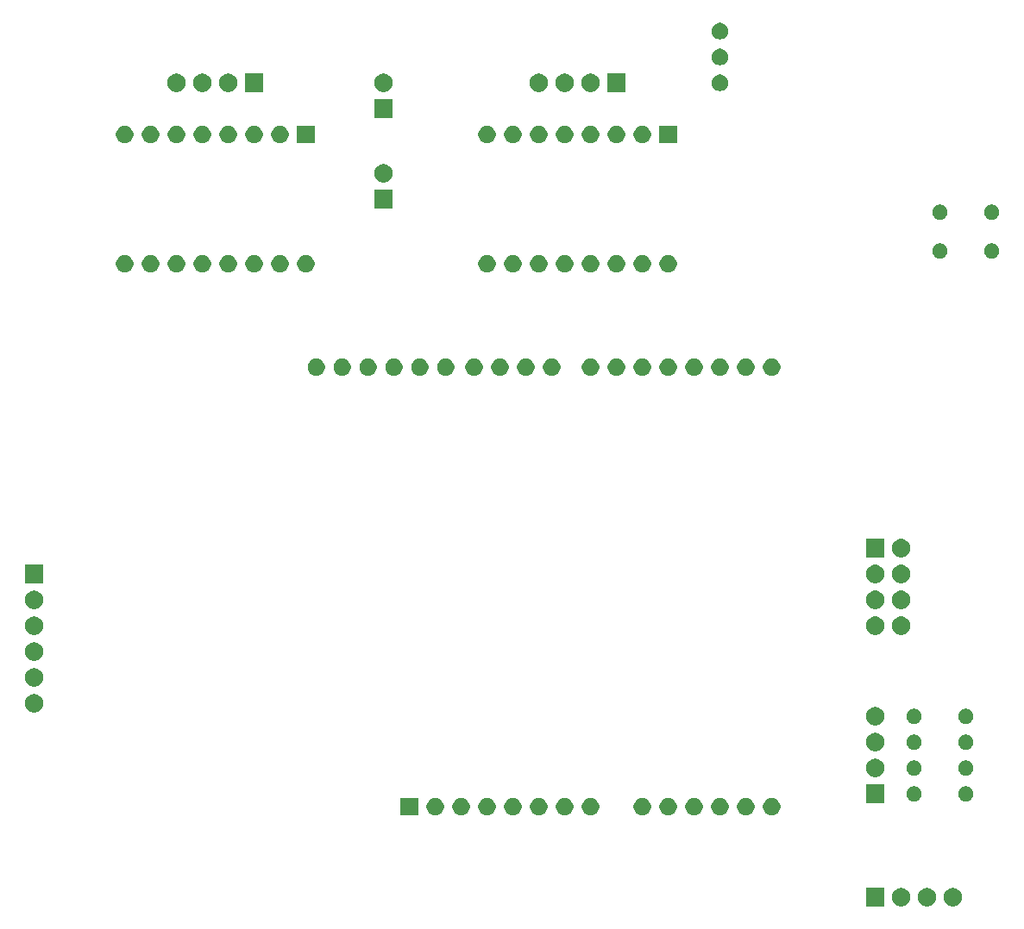
<source format=gbr>
G04 #@! TF.GenerationSoftware,KiCad,Pcbnew,(5.1.5)-3*
G04 #@! TF.CreationDate,2020-02-11T13:38:22+02:00*
G04 #@! TF.ProjectId,PCB,5043422e-6b69-4636-9164-5f7063625858,rev?*
G04 #@! TF.SameCoordinates,Original*
G04 #@! TF.FileFunction,Soldermask,Bot*
G04 #@! TF.FilePolarity,Negative*
%FSLAX46Y46*%
G04 Gerber Fmt 4.6, Leading zero omitted, Abs format (unit mm)*
G04 Created by KiCad (PCBNEW (5.1.5)-3) date 2020-02-11 13:38:22*
%MOMM*%
%LPD*%
G04 APERTURE LIST*
%ADD10C,0.100000*%
G04 APERTURE END LIST*
D10*
G36*
X204101000Y-117741000D02*
G01*
X202299000Y-117741000D01*
X202299000Y-115939000D01*
X204101000Y-115939000D01*
X204101000Y-117741000D01*
G37*
G36*
X208393512Y-115943927D02*
G01*
X208542812Y-115973624D01*
X208706784Y-116041544D01*
X208854354Y-116140147D01*
X208979853Y-116265646D01*
X209078456Y-116413216D01*
X209146376Y-116577188D01*
X209181000Y-116751259D01*
X209181000Y-116928741D01*
X209146376Y-117102812D01*
X209078456Y-117266784D01*
X208979853Y-117414354D01*
X208854354Y-117539853D01*
X208706784Y-117638456D01*
X208542812Y-117706376D01*
X208393512Y-117736073D01*
X208368742Y-117741000D01*
X208191258Y-117741000D01*
X208166488Y-117736073D01*
X208017188Y-117706376D01*
X207853216Y-117638456D01*
X207705646Y-117539853D01*
X207580147Y-117414354D01*
X207481544Y-117266784D01*
X207413624Y-117102812D01*
X207379000Y-116928741D01*
X207379000Y-116751259D01*
X207413624Y-116577188D01*
X207481544Y-116413216D01*
X207580147Y-116265646D01*
X207705646Y-116140147D01*
X207853216Y-116041544D01*
X208017188Y-115973624D01*
X208166488Y-115943927D01*
X208191258Y-115939000D01*
X208368742Y-115939000D01*
X208393512Y-115943927D01*
G37*
G36*
X210933512Y-115943927D02*
G01*
X211082812Y-115973624D01*
X211246784Y-116041544D01*
X211394354Y-116140147D01*
X211519853Y-116265646D01*
X211618456Y-116413216D01*
X211686376Y-116577188D01*
X211721000Y-116751259D01*
X211721000Y-116928741D01*
X211686376Y-117102812D01*
X211618456Y-117266784D01*
X211519853Y-117414354D01*
X211394354Y-117539853D01*
X211246784Y-117638456D01*
X211082812Y-117706376D01*
X210933512Y-117736073D01*
X210908742Y-117741000D01*
X210731258Y-117741000D01*
X210706488Y-117736073D01*
X210557188Y-117706376D01*
X210393216Y-117638456D01*
X210245646Y-117539853D01*
X210120147Y-117414354D01*
X210021544Y-117266784D01*
X209953624Y-117102812D01*
X209919000Y-116928741D01*
X209919000Y-116751259D01*
X209953624Y-116577188D01*
X210021544Y-116413216D01*
X210120147Y-116265646D01*
X210245646Y-116140147D01*
X210393216Y-116041544D01*
X210557188Y-115973624D01*
X210706488Y-115943927D01*
X210731258Y-115939000D01*
X210908742Y-115939000D01*
X210933512Y-115943927D01*
G37*
G36*
X205853512Y-115943927D02*
G01*
X206002812Y-115973624D01*
X206166784Y-116041544D01*
X206314354Y-116140147D01*
X206439853Y-116265646D01*
X206538456Y-116413216D01*
X206606376Y-116577188D01*
X206641000Y-116751259D01*
X206641000Y-116928741D01*
X206606376Y-117102812D01*
X206538456Y-117266784D01*
X206439853Y-117414354D01*
X206314354Y-117539853D01*
X206166784Y-117638456D01*
X206002812Y-117706376D01*
X205853512Y-117736073D01*
X205828742Y-117741000D01*
X205651258Y-117741000D01*
X205626488Y-117736073D01*
X205477188Y-117706376D01*
X205313216Y-117638456D01*
X205165646Y-117539853D01*
X205040147Y-117414354D01*
X204941544Y-117266784D01*
X204873624Y-117102812D01*
X204839000Y-116928741D01*
X204839000Y-116751259D01*
X204873624Y-116577188D01*
X204941544Y-116413216D01*
X205040147Y-116265646D01*
X205165646Y-116140147D01*
X205313216Y-116041544D01*
X205477188Y-115973624D01*
X205626488Y-115943927D01*
X205651258Y-115939000D01*
X205828742Y-115939000D01*
X205853512Y-115943927D01*
G37*
G36*
X170428228Y-107131703D02*
G01*
X170583100Y-107195853D01*
X170722481Y-107288985D01*
X170841015Y-107407519D01*
X170934147Y-107546900D01*
X170998297Y-107701772D01*
X171031000Y-107866184D01*
X171031000Y-108033816D01*
X170998297Y-108198228D01*
X170934147Y-108353100D01*
X170841015Y-108492481D01*
X170722481Y-108611015D01*
X170583100Y-108704147D01*
X170428228Y-108768297D01*
X170263816Y-108801000D01*
X170096184Y-108801000D01*
X169931772Y-108768297D01*
X169776900Y-108704147D01*
X169637519Y-108611015D01*
X169518985Y-108492481D01*
X169425853Y-108353100D01*
X169361703Y-108198228D01*
X169329000Y-108033816D01*
X169329000Y-107866184D01*
X169361703Y-107701772D01*
X169425853Y-107546900D01*
X169518985Y-107407519D01*
X169637519Y-107288985D01*
X169776900Y-107195853D01*
X169931772Y-107131703D01*
X170096184Y-107099000D01*
X170263816Y-107099000D01*
X170428228Y-107131703D01*
G37*
G36*
X188208228Y-107131703D02*
G01*
X188363100Y-107195853D01*
X188502481Y-107288985D01*
X188621015Y-107407519D01*
X188714147Y-107546900D01*
X188778297Y-107701772D01*
X188811000Y-107866184D01*
X188811000Y-108033816D01*
X188778297Y-108198228D01*
X188714147Y-108353100D01*
X188621015Y-108492481D01*
X188502481Y-108611015D01*
X188363100Y-108704147D01*
X188208228Y-108768297D01*
X188043816Y-108801000D01*
X187876184Y-108801000D01*
X187711772Y-108768297D01*
X187556900Y-108704147D01*
X187417519Y-108611015D01*
X187298985Y-108492481D01*
X187205853Y-108353100D01*
X187141703Y-108198228D01*
X187109000Y-108033816D01*
X187109000Y-107866184D01*
X187141703Y-107701772D01*
X187205853Y-107546900D01*
X187298985Y-107407519D01*
X187417519Y-107288985D01*
X187556900Y-107195853D01*
X187711772Y-107131703D01*
X187876184Y-107099000D01*
X188043816Y-107099000D01*
X188208228Y-107131703D01*
G37*
G36*
X183128228Y-107131703D02*
G01*
X183283100Y-107195853D01*
X183422481Y-107288985D01*
X183541015Y-107407519D01*
X183634147Y-107546900D01*
X183698297Y-107701772D01*
X183731000Y-107866184D01*
X183731000Y-108033816D01*
X183698297Y-108198228D01*
X183634147Y-108353100D01*
X183541015Y-108492481D01*
X183422481Y-108611015D01*
X183283100Y-108704147D01*
X183128228Y-108768297D01*
X182963816Y-108801000D01*
X182796184Y-108801000D01*
X182631772Y-108768297D01*
X182476900Y-108704147D01*
X182337519Y-108611015D01*
X182218985Y-108492481D01*
X182125853Y-108353100D01*
X182061703Y-108198228D01*
X182029000Y-108033816D01*
X182029000Y-107866184D01*
X182061703Y-107701772D01*
X182125853Y-107546900D01*
X182218985Y-107407519D01*
X182337519Y-107288985D01*
X182476900Y-107195853D01*
X182631772Y-107131703D01*
X182796184Y-107099000D01*
X182963816Y-107099000D01*
X183128228Y-107131703D01*
G37*
G36*
X180588228Y-107131703D02*
G01*
X180743100Y-107195853D01*
X180882481Y-107288985D01*
X181001015Y-107407519D01*
X181094147Y-107546900D01*
X181158297Y-107701772D01*
X181191000Y-107866184D01*
X181191000Y-108033816D01*
X181158297Y-108198228D01*
X181094147Y-108353100D01*
X181001015Y-108492481D01*
X180882481Y-108611015D01*
X180743100Y-108704147D01*
X180588228Y-108768297D01*
X180423816Y-108801000D01*
X180256184Y-108801000D01*
X180091772Y-108768297D01*
X179936900Y-108704147D01*
X179797519Y-108611015D01*
X179678985Y-108492481D01*
X179585853Y-108353100D01*
X179521703Y-108198228D01*
X179489000Y-108033816D01*
X179489000Y-107866184D01*
X179521703Y-107701772D01*
X179585853Y-107546900D01*
X179678985Y-107407519D01*
X179797519Y-107288985D01*
X179936900Y-107195853D01*
X180091772Y-107131703D01*
X180256184Y-107099000D01*
X180423816Y-107099000D01*
X180588228Y-107131703D01*
G37*
G36*
X175508228Y-107131703D02*
G01*
X175663100Y-107195853D01*
X175802481Y-107288985D01*
X175921015Y-107407519D01*
X176014147Y-107546900D01*
X176078297Y-107701772D01*
X176111000Y-107866184D01*
X176111000Y-108033816D01*
X176078297Y-108198228D01*
X176014147Y-108353100D01*
X175921015Y-108492481D01*
X175802481Y-108611015D01*
X175663100Y-108704147D01*
X175508228Y-108768297D01*
X175343816Y-108801000D01*
X175176184Y-108801000D01*
X175011772Y-108768297D01*
X174856900Y-108704147D01*
X174717519Y-108611015D01*
X174598985Y-108492481D01*
X174505853Y-108353100D01*
X174441703Y-108198228D01*
X174409000Y-108033816D01*
X174409000Y-107866184D01*
X174441703Y-107701772D01*
X174505853Y-107546900D01*
X174598985Y-107407519D01*
X174717519Y-107288985D01*
X174856900Y-107195853D01*
X175011772Y-107131703D01*
X175176184Y-107099000D01*
X175343816Y-107099000D01*
X175508228Y-107131703D01*
G37*
G36*
X172968228Y-107131703D02*
G01*
X173123100Y-107195853D01*
X173262481Y-107288985D01*
X173381015Y-107407519D01*
X173474147Y-107546900D01*
X173538297Y-107701772D01*
X173571000Y-107866184D01*
X173571000Y-108033816D01*
X173538297Y-108198228D01*
X173474147Y-108353100D01*
X173381015Y-108492481D01*
X173262481Y-108611015D01*
X173123100Y-108704147D01*
X172968228Y-108768297D01*
X172803816Y-108801000D01*
X172636184Y-108801000D01*
X172471772Y-108768297D01*
X172316900Y-108704147D01*
X172177519Y-108611015D01*
X172058985Y-108492481D01*
X171965853Y-108353100D01*
X171901703Y-108198228D01*
X171869000Y-108033816D01*
X171869000Y-107866184D01*
X171901703Y-107701772D01*
X171965853Y-107546900D01*
X172058985Y-107407519D01*
X172177519Y-107288985D01*
X172316900Y-107195853D01*
X172471772Y-107131703D01*
X172636184Y-107099000D01*
X172803816Y-107099000D01*
X172968228Y-107131703D01*
G37*
G36*
X185668228Y-107131703D02*
G01*
X185823100Y-107195853D01*
X185962481Y-107288985D01*
X186081015Y-107407519D01*
X186174147Y-107546900D01*
X186238297Y-107701772D01*
X186271000Y-107866184D01*
X186271000Y-108033816D01*
X186238297Y-108198228D01*
X186174147Y-108353100D01*
X186081015Y-108492481D01*
X185962481Y-108611015D01*
X185823100Y-108704147D01*
X185668228Y-108768297D01*
X185503816Y-108801000D01*
X185336184Y-108801000D01*
X185171772Y-108768297D01*
X185016900Y-108704147D01*
X184877519Y-108611015D01*
X184758985Y-108492481D01*
X184665853Y-108353100D01*
X184601703Y-108198228D01*
X184569000Y-108033816D01*
X184569000Y-107866184D01*
X184601703Y-107701772D01*
X184665853Y-107546900D01*
X184758985Y-107407519D01*
X184877519Y-107288985D01*
X185016900Y-107195853D01*
X185171772Y-107131703D01*
X185336184Y-107099000D01*
X185503816Y-107099000D01*
X185668228Y-107131703D01*
G37*
G36*
X167888228Y-107131703D02*
G01*
X168043100Y-107195853D01*
X168182481Y-107288985D01*
X168301015Y-107407519D01*
X168394147Y-107546900D01*
X168458297Y-107701772D01*
X168491000Y-107866184D01*
X168491000Y-108033816D01*
X168458297Y-108198228D01*
X168394147Y-108353100D01*
X168301015Y-108492481D01*
X168182481Y-108611015D01*
X168043100Y-108704147D01*
X167888228Y-108768297D01*
X167723816Y-108801000D01*
X167556184Y-108801000D01*
X167391772Y-108768297D01*
X167236900Y-108704147D01*
X167097519Y-108611015D01*
X166978985Y-108492481D01*
X166885853Y-108353100D01*
X166821703Y-108198228D01*
X166789000Y-108033816D01*
X166789000Y-107866184D01*
X166821703Y-107701772D01*
X166885853Y-107546900D01*
X166978985Y-107407519D01*
X167097519Y-107288985D01*
X167236900Y-107195853D01*
X167391772Y-107131703D01*
X167556184Y-107099000D01*
X167723816Y-107099000D01*
X167888228Y-107131703D01*
G37*
G36*
X165348228Y-107131703D02*
G01*
X165503100Y-107195853D01*
X165642481Y-107288985D01*
X165761015Y-107407519D01*
X165854147Y-107546900D01*
X165918297Y-107701772D01*
X165951000Y-107866184D01*
X165951000Y-108033816D01*
X165918297Y-108198228D01*
X165854147Y-108353100D01*
X165761015Y-108492481D01*
X165642481Y-108611015D01*
X165503100Y-108704147D01*
X165348228Y-108768297D01*
X165183816Y-108801000D01*
X165016184Y-108801000D01*
X164851772Y-108768297D01*
X164696900Y-108704147D01*
X164557519Y-108611015D01*
X164438985Y-108492481D01*
X164345853Y-108353100D01*
X164281703Y-108198228D01*
X164249000Y-108033816D01*
X164249000Y-107866184D01*
X164281703Y-107701772D01*
X164345853Y-107546900D01*
X164438985Y-107407519D01*
X164557519Y-107288985D01*
X164696900Y-107195853D01*
X164851772Y-107131703D01*
X165016184Y-107099000D01*
X165183816Y-107099000D01*
X165348228Y-107131703D01*
G37*
G36*
X162808228Y-107131703D02*
G01*
X162963100Y-107195853D01*
X163102481Y-107288985D01*
X163221015Y-107407519D01*
X163314147Y-107546900D01*
X163378297Y-107701772D01*
X163411000Y-107866184D01*
X163411000Y-108033816D01*
X163378297Y-108198228D01*
X163314147Y-108353100D01*
X163221015Y-108492481D01*
X163102481Y-108611015D01*
X162963100Y-108704147D01*
X162808228Y-108768297D01*
X162643816Y-108801000D01*
X162476184Y-108801000D01*
X162311772Y-108768297D01*
X162156900Y-108704147D01*
X162017519Y-108611015D01*
X161898985Y-108492481D01*
X161805853Y-108353100D01*
X161741703Y-108198228D01*
X161709000Y-108033816D01*
X161709000Y-107866184D01*
X161741703Y-107701772D01*
X161805853Y-107546900D01*
X161898985Y-107407519D01*
X162017519Y-107288985D01*
X162156900Y-107195853D01*
X162311772Y-107131703D01*
X162476184Y-107099000D01*
X162643816Y-107099000D01*
X162808228Y-107131703D01*
G37*
G36*
X160268228Y-107131703D02*
G01*
X160423100Y-107195853D01*
X160562481Y-107288985D01*
X160681015Y-107407519D01*
X160774147Y-107546900D01*
X160838297Y-107701772D01*
X160871000Y-107866184D01*
X160871000Y-108033816D01*
X160838297Y-108198228D01*
X160774147Y-108353100D01*
X160681015Y-108492481D01*
X160562481Y-108611015D01*
X160423100Y-108704147D01*
X160268228Y-108768297D01*
X160103816Y-108801000D01*
X159936184Y-108801000D01*
X159771772Y-108768297D01*
X159616900Y-108704147D01*
X159477519Y-108611015D01*
X159358985Y-108492481D01*
X159265853Y-108353100D01*
X159201703Y-108198228D01*
X159169000Y-108033816D01*
X159169000Y-107866184D01*
X159201703Y-107701772D01*
X159265853Y-107546900D01*
X159358985Y-107407519D01*
X159477519Y-107288985D01*
X159616900Y-107195853D01*
X159771772Y-107131703D01*
X159936184Y-107099000D01*
X160103816Y-107099000D01*
X160268228Y-107131703D01*
G37*
G36*
X158331000Y-108801000D02*
G01*
X156629000Y-108801000D01*
X156629000Y-107099000D01*
X158331000Y-107099000D01*
X158331000Y-108801000D01*
G37*
G36*
X193288228Y-107131703D02*
G01*
X193443100Y-107195853D01*
X193582481Y-107288985D01*
X193701015Y-107407519D01*
X193794147Y-107546900D01*
X193858297Y-107701772D01*
X193891000Y-107866184D01*
X193891000Y-108033816D01*
X193858297Y-108198228D01*
X193794147Y-108353100D01*
X193701015Y-108492481D01*
X193582481Y-108611015D01*
X193443100Y-108704147D01*
X193288228Y-108768297D01*
X193123816Y-108801000D01*
X192956184Y-108801000D01*
X192791772Y-108768297D01*
X192636900Y-108704147D01*
X192497519Y-108611015D01*
X192378985Y-108492481D01*
X192285853Y-108353100D01*
X192221703Y-108198228D01*
X192189000Y-108033816D01*
X192189000Y-107866184D01*
X192221703Y-107701772D01*
X192285853Y-107546900D01*
X192378985Y-107407519D01*
X192497519Y-107288985D01*
X192636900Y-107195853D01*
X192791772Y-107131703D01*
X192956184Y-107099000D01*
X193123816Y-107099000D01*
X193288228Y-107131703D01*
G37*
G36*
X190748228Y-107131703D02*
G01*
X190903100Y-107195853D01*
X191042481Y-107288985D01*
X191161015Y-107407519D01*
X191254147Y-107546900D01*
X191318297Y-107701772D01*
X191351000Y-107866184D01*
X191351000Y-108033816D01*
X191318297Y-108198228D01*
X191254147Y-108353100D01*
X191161015Y-108492481D01*
X191042481Y-108611015D01*
X190903100Y-108704147D01*
X190748228Y-108768297D01*
X190583816Y-108801000D01*
X190416184Y-108801000D01*
X190251772Y-108768297D01*
X190096900Y-108704147D01*
X189957519Y-108611015D01*
X189838985Y-108492481D01*
X189745853Y-108353100D01*
X189681703Y-108198228D01*
X189649000Y-108033816D01*
X189649000Y-107866184D01*
X189681703Y-107701772D01*
X189745853Y-107546900D01*
X189838985Y-107407519D01*
X189957519Y-107288985D01*
X190096900Y-107195853D01*
X190251772Y-107131703D01*
X190416184Y-107099000D01*
X190583816Y-107099000D01*
X190748228Y-107131703D01*
G37*
G36*
X204101000Y-107581000D02*
G01*
X202299000Y-107581000D01*
X202299000Y-105779000D01*
X204101000Y-105779000D01*
X204101000Y-107581000D01*
G37*
G36*
X212309059Y-105957860D02*
G01*
X212445732Y-106014472D01*
X212568735Y-106096660D01*
X212673340Y-106201265D01*
X212755528Y-106324268D01*
X212812140Y-106460941D01*
X212841000Y-106606033D01*
X212841000Y-106753967D01*
X212812140Y-106899059D01*
X212755528Y-107035732D01*
X212673340Y-107158735D01*
X212568735Y-107263340D01*
X212445732Y-107345528D01*
X212445731Y-107345529D01*
X212445730Y-107345529D01*
X212309059Y-107402140D01*
X212163968Y-107431000D01*
X212016032Y-107431000D01*
X211870941Y-107402140D01*
X211734270Y-107345529D01*
X211734269Y-107345529D01*
X211734268Y-107345528D01*
X211611265Y-107263340D01*
X211506660Y-107158735D01*
X211424472Y-107035732D01*
X211367860Y-106899059D01*
X211339000Y-106753967D01*
X211339000Y-106606033D01*
X211367860Y-106460941D01*
X211424472Y-106324268D01*
X211506660Y-106201265D01*
X211611265Y-106096660D01*
X211734268Y-106014472D01*
X211870941Y-105957860D01*
X212016032Y-105929000D01*
X212163968Y-105929000D01*
X212309059Y-105957860D01*
G37*
G36*
X207229059Y-105957860D02*
G01*
X207365732Y-106014472D01*
X207488735Y-106096660D01*
X207593340Y-106201265D01*
X207675528Y-106324268D01*
X207732140Y-106460941D01*
X207761000Y-106606033D01*
X207761000Y-106753967D01*
X207732140Y-106899059D01*
X207675528Y-107035732D01*
X207593340Y-107158735D01*
X207488735Y-107263340D01*
X207365732Y-107345528D01*
X207365731Y-107345529D01*
X207365730Y-107345529D01*
X207229059Y-107402140D01*
X207083968Y-107431000D01*
X206936032Y-107431000D01*
X206790941Y-107402140D01*
X206654270Y-107345529D01*
X206654269Y-107345529D01*
X206654268Y-107345528D01*
X206531265Y-107263340D01*
X206426660Y-107158735D01*
X206344472Y-107035732D01*
X206287860Y-106899059D01*
X206259000Y-106753967D01*
X206259000Y-106606033D01*
X206287860Y-106460941D01*
X206344472Y-106324268D01*
X206426660Y-106201265D01*
X206531265Y-106096660D01*
X206654268Y-106014472D01*
X206790941Y-105957860D01*
X206936032Y-105929000D01*
X207083968Y-105929000D01*
X207229059Y-105957860D01*
G37*
G36*
X203313512Y-103243927D02*
G01*
X203462812Y-103273624D01*
X203626784Y-103341544D01*
X203774354Y-103440147D01*
X203899853Y-103565646D01*
X203998456Y-103713216D01*
X204066376Y-103877188D01*
X204101000Y-104051259D01*
X204101000Y-104228741D01*
X204066376Y-104402812D01*
X203998456Y-104566784D01*
X203899853Y-104714354D01*
X203774354Y-104839853D01*
X203626784Y-104938456D01*
X203462812Y-105006376D01*
X203313512Y-105036073D01*
X203288742Y-105041000D01*
X203111258Y-105041000D01*
X203086488Y-105036073D01*
X202937188Y-105006376D01*
X202773216Y-104938456D01*
X202625646Y-104839853D01*
X202500147Y-104714354D01*
X202401544Y-104566784D01*
X202333624Y-104402812D01*
X202299000Y-104228741D01*
X202299000Y-104051259D01*
X202333624Y-103877188D01*
X202401544Y-103713216D01*
X202500147Y-103565646D01*
X202625646Y-103440147D01*
X202773216Y-103341544D01*
X202937188Y-103273624D01*
X203086488Y-103243927D01*
X203111258Y-103239000D01*
X203288742Y-103239000D01*
X203313512Y-103243927D01*
G37*
G36*
X212309059Y-103417860D02*
G01*
X212362865Y-103440147D01*
X212445732Y-103474472D01*
X212568735Y-103556660D01*
X212673340Y-103661265D01*
X212708054Y-103713218D01*
X212755529Y-103784270D01*
X212812140Y-103920941D01*
X212841000Y-104066032D01*
X212841000Y-104213968D01*
X212838061Y-104228742D01*
X212812140Y-104359059D01*
X212755528Y-104495732D01*
X212673340Y-104618735D01*
X212568735Y-104723340D01*
X212445732Y-104805528D01*
X212445731Y-104805529D01*
X212445730Y-104805529D01*
X212309059Y-104862140D01*
X212163968Y-104891000D01*
X212016032Y-104891000D01*
X211870941Y-104862140D01*
X211734270Y-104805529D01*
X211734269Y-104805529D01*
X211734268Y-104805528D01*
X211611265Y-104723340D01*
X211506660Y-104618735D01*
X211424472Y-104495732D01*
X211367860Y-104359059D01*
X211341939Y-104228742D01*
X211339000Y-104213968D01*
X211339000Y-104066032D01*
X211367860Y-103920941D01*
X211424471Y-103784270D01*
X211471946Y-103713218D01*
X211506660Y-103661265D01*
X211611265Y-103556660D01*
X211734268Y-103474472D01*
X211817136Y-103440147D01*
X211870941Y-103417860D01*
X212016032Y-103389000D01*
X212163968Y-103389000D01*
X212309059Y-103417860D01*
G37*
G36*
X207229059Y-103417860D02*
G01*
X207282865Y-103440147D01*
X207365732Y-103474472D01*
X207488735Y-103556660D01*
X207593340Y-103661265D01*
X207628054Y-103713218D01*
X207675529Y-103784270D01*
X207732140Y-103920941D01*
X207761000Y-104066032D01*
X207761000Y-104213968D01*
X207758061Y-104228742D01*
X207732140Y-104359059D01*
X207675528Y-104495732D01*
X207593340Y-104618735D01*
X207488735Y-104723340D01*
X207365732Y-104805528D01*
X207365731Y-104805529D01*
X207365730Y-104805529D01*
X207229059Y-104862140D01*
X207083968Y-104891000D01*
X206936032Y-104891000D01*
X206790941Y-104862140D01*
X206654270Y-104805529D01*
X206654269Y-104805529D01*
X206654268Y-104805528D01*
X206531265Y-104723340D01*
X206426660Y-104618735D01*
X206344472Y-104495732D01*
X206287860Y-104359059D01*
X206261939Y-104228742D01*
X206259000Y-104213968D01*
X206259000Y-104066032D01*
X206287860Y-103920941D01*
X206344471Y-103784270D01*
X206391946Y-103713218D01*
X206426660Y-103661265D01*
X206531265Y-103556660D01*
X206654268Y-103474472D01*
X206737136Y-103440147D01*
X206790941Y-103417860D01*
X206936032Y-103389000D01*
X207083968Y-103389000D01*
X207229059Y-103417860D01*
G37*
G36*
X203313512Y-100703927D02*
G01*
X203462812Y-100733624D01*
X203626784Y-100801544D01*
X203774354Y-100900147D01*
X203899853Y-101025646D01*
X203998456Y-101173216D01*
X204066376Y-101337188D01*
X204101000Y-101511259D01*
X204101000Y-101688741D01*
X204066376Y-101862812D01*
X203998456Y-102026784D01*
X203899853Y-102174354D01*
X203774354Y-102299853D01*
X203626784Y-102398456D01*
X203462812Y-102466376D01*
X203313512Y-102496073D01*
X203288742Y-102501000D01*
X203111258Y-102501000D01*
X203086488Y-102496073D01*
X202937188Y-102466376D01*
X202773216Y-102398456D01*
X202625646Y-102299853D01*
X202500147Y-102174354D01*
X202401544Y-102026784D01*
X202333624Y-101862812D01*
X202299000Y-101688741D01*
X202299000Y-101511259D01*
X202333624Y-101337188D01*
X202401544Y-101173216D01*
X202500147Y-101025646D01*
X202625646Y-100900147D01*
X202773216Y-100801544D01*
X202937188Y-100733624D01*
X203086488Y-100703927D01*
X203111258Y-100699000D01*
X203288742Y-100699000D01*
X203313512Y-100703927D01*
G37*
G36*
X212309059Y-100877860D02*
G01*
X212362865Y-100900147D01*
X212445732Y-100934472D01*
X212568735Y-101016660D01*
X212673340Y-101121265D01*
X212708054Y-101173218D01*
X212755529Y-101244270D01*
X212812140Y-101380941D01*
X212841000Y-101526032D01*
X212841000Y-101673968D01*
X212838061Y-101688742D01*
X212812140Y-101819059D01*
X212755528Y-101955732D01*
X212673340Y-102078735D01*
X212568735Y-102183340D01*
X212445732Y-102265528D01*
X212445731Y-102265529D01*
X212445730Y-102265529D01*
X212309059Y-102322140D01*
X212163968Y-102351000D01*
X212016032Y-102351000D01*
X211870941Y-102322140D01*
X211734270Y-102265529D01*
X211734269Y-102265529D01*
X211734268Y-102265528D01*
X211611265Y-102183340D01*
X211506660Y-102078735D01*
X211424472Y-101955732D01*
X211367860Y-101819059D01*
X211341939Y-101688742D01*
X211339000Y-101673968D01*
X211339000Y-101526032D01*
X211367860Y-101380941D01*
X211424471Y-101244270D01*
X211471946Y-101173218D01*
X211506660Y-101121265D01*
X211611265Y-101016660D01*
X211734268Y-100934472D01*
X211817136Y-100900147D01*
X211870941Y-100877860D01*
X212016032Y-100849000D01*
X212163968Y-100849000D01*
X212309059Y-100877860D01*
G37*
G36*
X207229059Y-100877860D02*
G01*
X207282865Y-100900147D01*
X207365732Y-100934472D01*
X207488735Y-101016660D01*
X207593340Y-101121265D01*
X207628054Y-101173218D01*
X207675529Y-101244270D01*
X207732140Y-101380941D01*
X207761000Y-101526032D01*
X207761000Y-101673968D01*
X207758061Y-101688742D01*
X207732140Y-101819059D01*
X207675528Y-101955732D01*
X207593340Y-102078735D01*
X207488735Y-102183340D01*
X207365732Y-102265528D01*
X207365731Y-102265529D01*
X207365730Y-102265529D01*
X207229059Y-102322140D01*
X207083968Y-102351000D01*
X206936032Y-102351000D01*
X206790941Y-102322140D01*
X206654270Y-102265529D01*
X206654269Y-102265529D01*
X206654268Y-102265528D01*
X206531265Y-102183340D01*
X206426660Y-102078735D01*
X206344472Y-101955732D01*
X206287860Y-101819059D01*
X206261939Y-101688742D01*
X206259000Y-101673968D01*
X206259000Y-101526032D01*
X206287860Y-101380941D01*
X206344471Y-101244270D01*
X206391946Y-101173218D01*
X206426660Y-101121265D01*
X206531265Y-101016660D01*
X206654268Y-100934472D01*
X206737136Y-100900147D01*
X206790941Y-100877860D01*
X206936032Y-100849000D01*
X207083968Y-100849000D01*
X207229059Y-100877860D01*
G37*
G36*
X203313512Y-98163927D02*
G01*
X203462812Y-98193624D01*
X203626784Y-98261544D01*
X203774354Y-98360147D01*
X203899853Y-98485646D01*
X203998456Y-98633216D01*
X204066376Y-98797188D01*
X204101000Y-98971259D01*
X204101000Y-99148741D01*
X204066376Y-99322812D01*
X203998456Y-99486784D01*
X203899853Y-99634354D01*
X203774354Y-99759853D01*
X203626784Y-99858456D01*
X203462812Y-99926376D01*
X203313512Y-99956073D01*
X203288742Y-99961000D01*
X203111258Y-99961000D01*
X203086488Y-99956073D01*
X202937188Y-99926376D01*
X202773216Y-99858456D01*
X202625646Y-99759853D01*
X202500147Y-99634354D01*
X202401544Y-99486784D01*
X202333624Y-99322812D01*
X202299000Y-99148741D01*
X202299000Y-98971259D01*
X202333624Y-98797188D01*
X202401544Y-98633216D01*
X202500147Y-98485646D01*
X202625646Y-98360147D01*
X202773216Y-98261544D01*
X202937188Y-98193624D01*
X203086488Y-98163927D01*
X203111258Y-98159000D01*
X203288742Y-98159000D01*
X203313512Y-98163927D01*
G37*
G36*
X212309059Y-98337860D02*
G01*
X212362865Y-98360147D01*
X212445732Y-98394472D01*
X212568735Y-98476660D01*
X212673340Y-98581265D01*
X212755528Y-98704268D01*
X212755529Y-98704270D01*
X212812140Y-98840941D01*
X212841000Y-98986032D01*
X212841000Y-99133968D01*
X212838061Y-99148742D01*
X212812140Y-99279059D01*
X212755528Y-99415732D01*
X212673340Y-99538735D01*
X212568735Y-99643340D01*
X212445732Y-99725528D01*
X212445731Y-99725529D01*
X212445730Y-99725529D01*
X212309059Y-99782140D01*
X212163968Y-99811000D01*
X212016032Y-99811000D01*
X211870941Y-99782140D01*
X211734270Y-99725529D01*
X211734269Y-99725529D01*
X211734268Y-99725528D01*
X211611265Y-99643340D01*
X211506660Y-99538735D01*
X211424472Y-99415732D01*
X211367860Y-99279059D01*
X211341939Y-99148742D01*
X211339000Y-99133968D01*
X211339000Y-98986032D01*
X211367860Y-98840941D01*
X211424471Y-98704270D01*
X211424472Y-98704268D01*
X211506660Y-98581265D01*
X211611265Y-98476660D01*
X211734268Y-98394472D01*
X211817136Y-98360147D01*
X211870941Y-98337860D01*
X212016032Y-98309000D01*
X212163968Y-98309000D01*
X212309059Y-98337860D01*
G37*
G36*
X207229059Y-98337860D02*
G01*
X207282865Y-98360147D01*
X207365732Y-98394472D01*
X207488735Y-98476660D01*
X207593340Y-98581265D01*
X207675528Y-98704268D01*
X207675529Y-98704270D01*
X207732140Y-98840941D01*
X207761000Y-98986032D01*
X207761000Y-99133968D01*
X207758061Y-99148742D01*
X207732140Y-99279059D01*
X207675528Y-99415732D01*
X207593340Y-99538735D01*
X207488735Y-99643340D01*
X207365732Y-99725528D01*
X207365731Y-99725529D01*
X207365730Y-99725529D01*
X207229059Y-99782140D01*
X207083968Y-99811000D01*
X206936032Y-99811000D01*
X206790941Y-99782140D01*
X206654270Y-99725529D01*
X206654269Y-99725529D01*
X206654268Y-99725528D01*
X206531265Y-99643340D01*
X206426660Y-99538735D01*
X206344472Y-99415732D01*
X206287860Y-99279059D01*
X206261939Y-99148742D01*
X206259000Y-99133968D01*
X206259000Y-98986032D01*
X206287860Y-98840941D01*
X206344471Y-98704270D01*
X206344472Y-98704268D01*
X206426660Y-98581265D01*
X206531265Y-98476660D01*
X206654268Y-98394472D01*
X206737136Y-98360147D01*
X206790941Y-98337860D01*
X206936032Y-98309000D01*
X207083968Y-98309000D01*
X207229059Y-98337860D01*
G37*
G36*
X120763512Y-96893927D02*
G01*
X120912812Y-96923624D01*
X121076784Y-96991544D01*
X121224354Y-97090147D01*
X121349853Y-97215646D01*
X121448456Y-97363216D01*
X121516376Y-97527188D01*
X121551000Y-97701259D01*
X121551000Y-97878741D01*
X121516376Y-98052812D01*
X121448456Y-98216784D01*
X121349853Y-98364354D01*
X121224354Y-98489853D01*
X121076784Y-98588456D01*
X120912812Y-98656376D01*
X120763512Y-98686073D01*
X120738742Y-98691000D01*
X120561258Y-98691000D01*
X120536488Y-98686073D01*
X120387188Y-98656376D01*
X120223216Y-98588456D01*
X120075646Y-98489853D01*
X119950147Y-98364354D01*
X119851544Y-98216784D01*
X119783624Y-98052812D01*
X119749000Y-97878741D01*
X119749000Y-97701259D01*
X119783624Y-97527188D01*
X119851544Y-97363216D01*
X119950147Y-97215646D01*
X120075646Y-97090147D01*
X120223216Y-96991544D01*
X120387188Y-96923624D01*
X120536488Y-96893927D01*
X120561258Y-96889000D01*
X120738742Y-96889000D01*
X120763512Y-96893927D01*
G37*
G36*
X120763512Y-94353927D02*
G01*
X120912812Y-94383624D01*
X121076784Y-94451544D01*
X121224354Y-94550147D01*
X121349853Y-94675646D01*
X121448456Y-94823216D01*
X121516376Y-94987188D01*
X121551000Y-95161259D01*
X121551000Y-95338741D01*
X121516376Y-95512812D01*
X121448456Y-95676784D01*
X121349853Y-95824354D01*
X121224354Y-95949853D01*
X121076784Y-96048456D01*
X120912812Y-96116376D01*
X120763512Y-96146073D01*
X120738742Y-96151000D01*
X120561258Y-96151000D01*
X120536488Y-96146073D01*
X120387188Y-96116376D01*
X120223216Y-96048456D01*
X120075646Y-95949853D01*
X119950147Y-95824354D01*
X119851544Y-95676784D01*
X119783624Y-95512812D01*
X119749000Y-95338741D01*
X119749000Y-95161259D01*
X119783624Y-94987188D01*
X119851544Y-94823216D01*
X119950147Y-94675646D01*
X120075646Y-94550147D01*
X120223216Y-94451544D01*
X120387188Y-94383624D01*
X120536488Y-94353927D01*
X120561258Y-94349000D01*
X120738742Y-94349000D01*
X120763512Y-94353927D01*
G37*
G36*
X120763512Y-91813927D02*
G01*
X120912812Y-91843624D01*
X121076784Y-91911544D01*
X121224354Y-92010147D01*
X121349853Y-92135646D01*
X121448456Y-92283216D01*
X121516376Y-92447188D01*
X121551000Y-92621259D01*
X121551000Y-92798741D01*
X121516376Y-92972812D01*
X121448456Y-93136784D01*
X121349853Y-93284354D01*
X121224354Y-93409853D01*
X121076784Y-93508456D01*
X120912812Y-93576376D01*
X120763512Y-93606073D01*
X120738742Y-93611000D01*
X120561258Y-93611000D01*
X120536488Y-93606073D01*
X120387188Y-93576376D01*
X120223216Y-93508456D01*
X120075646Y-93409853D01*
X119950147Y-93284354D01*
X119851544Y-93136784D01*
X119783624Y-92972812D01*
X119749000Y-92798741D01*
X119749000Y-92621259D01*
X119783624Y-92447188D01*
X119851544Y-92283216D01*
X119950147Y-92135646D01*
X120075646Y-92010147D01*
X120223216Y-91911544D01*
X120387188Y-91843624D01*
X120536488Y-91813927D01*
X120561258Y-91809000D01*
X120738742Y-91809000D01*
X120763512Y-91813927D01*
G37*
G36*
X206006778Y-89290547D02*
G01*
X206173224Y-89359491D01*
X206323022Y-89459583D01*
X206450417Y-89586978D01*
X206550509Y-89736776D01*
X206619453Y-89903222D01*
X206654600Y-90079918D01*
X206654600Y-90260082D01*
X206619453Y-90436778D01*
X206550509Y-90603224D01*
X206450417Y-90753022D01*
X206323022Y-90880417D01*
X206173224Y-90980509D01*
X206006778Y-91049453D01*
X205830082Y-91084600D01*
X205649918Y-91084600D01*
X205473222Y-91049453D01*
X205306776Y-90980509D01*
X205156978Y-90880417D01*
X205029583Y-90753022D01*
X204929491Y-90603224D01*
X204860547Y-90436778D01*
X204825400Y-90260082D01*
X204825400Y-90079918D01*
X204860547Y-89903222D01*
X204929491Y-89736776D01*
X205029583Y-89586978D01*
X205156978Y-89459583D01*
X205306776Y-89359491D01*
X205473222Y-89290547D01*
X205649918Y-89255400D01*
X205830082Y-89255400D01*
X206006778Y-89290547D01*
G37*
G36*
X203466778Y-89290547D02*
G01*
X203633224Y-89359491D01*
X203783022Y-89459583D01*
X203910417Y-89586978D01*
X204010509Y-89736776D01*
X204079453Y-89903222D01*
X204114600Y-90079918D01*
X204114600Y-90260082D01*
X204079453Y-90436778D01*
X204010509Y-90603224D01*
X203910417Y-90753022D01*
X203783022Y-90880417D01*
X203633224Y-90980509D01*
X203466778Y-91049453D01*
X203290082Y-91084600D01*
X203109918Y-91084600D01*
X202933222Y-91049453D01*
X202766776Y-90980509D01*
X202616978Y-90880417D01*
X202489583Y-90753022D01*
X202389491Y-90603224D01*
X202320547Y-90436778D01*
X202285400Y-90260082D01*
X202285400Y-90079918D01*
X202320547Y-89903222D01*
X202389491Y-89736776D01*
X202489583Y-89586978D01*
X202616978Y-89459583D01*
X202766776Y-89359491D01*
X202933222Y-89290547D01*
X203109918Y-89255400D01*
X203290082Y-89255400D01*
X203466778Y-89290547D01*
G37*
G36*
X120763512Y-89273927D02*
G01*
X120912812Y-89303624D01*
X121076784Y-89371544D01*
X121224354Y-89470147D01*
X121349853Y-89595646D01*
X121448456Y-89743216D01*
X121516376Y-89907188D01*
X121551000Y-90081259D01*
X121551000Y-90258741D01*
X121516376Y-90432812D01*
X121448456Y-90596784D01*
X121349853Y-90744354D01*
X121224354Y-90869853D01*
X121076784Y-90968456D01*
X120912812Y-91036376D01*
X120763512Y-91066073D01*
X120738742Y-91071000D01*
X120561258Y-91071000D01*
X120536488Y-91066073D01*
X120387188Y-91036376D01*
X120223216Y-90968456D01*
X120075646Y-90869853D01*
X119950147Y-90744354D01*
X119851544Y-90596784D01*
X119783624Y-90432812D01*
X119749000Y-90258741D01*
X119749000Y-90081259D01*
X119783624Y-89907188D01*
X119851544Y-89743216D01*
X119950147Y-89595646D01*
X120075646Y-89470147D01*
X120223216Y-89371544D01*
X120387188Y-89303624D01*
X120536488Y-89273927D01*
X120561258Y-89269000D01*
X120738742Y-89269000D01*
X120763512Y-89273927D01*
G37*
G36*
X203466778Y-86750547D02*
G01*
X203633224Y-86819491D01*
X203783022Y-86919583D01*
X203910417Y-87046978D01*
X204010509Y-87196776D01*
X204079453Y-87363222D01*
X204114600Y-87539918D01*
X204114600Y-87720082D01*
X204079453Y-87896778D01*
X204010509Y-88063224D01*
X203910417Y-88213022D01*
X203783022Y-88340417D01*
X203633224Y-88440509D01*
X203466778Y-88509453D01*
X203290082Y-88544600D01*
X203109918Y-88544600D01*
X202933222Y-88509453D01*
X202766776Y-88440509D01*
X202616978Y-88340417D01*
X202489583Y-88213022D01*
X202389491Y-88063224D01*
X202320547Y-87896778D01*
X202285400Y-87720082D01*
X202285400Y-87539918D01*
X202320547Y-87363222D01*
X202389491Y-87196776D01*
X202489583Y-87046978D01*
X202616978Y-86919583D01*
X202766776Y-86819491D01*
X202933222Y-86750547D01*
X203109918Y-86715400D01*
X203290082Y-86715400D01*
X203466778Y-86750547D01*
G37*
G36*
X206006778Y-86750547D02*
G01*
X206173224Y-86819491D01*
X206323022Y-86919583D01*
X206450417Y-87046978D01*
X206550509Y-87196776D01*
X206619453Y-87363222D01*
X206654600Y-87539918D01*
X206654600Y-87720082D01*
X206619453Y-87896778D01*
X206550509Y-88063224D01*
X206450417Y-88213022D01*
X206323022Y-88340417D01*
X206173224Y-88440509D01*
X206006778Y-88509453D01*
X205830082Y-88544600D01*
X205649918Y-88544600D01*
X205473222Y-88509453D01*
X205306776Y-88440509D01*
X205156978Y-88340417D01*
X205029583Y-88213022D01*
X204929491Y-88063224D01*
X204860547Y-87896778D01*
X204825400Y-87720082D01*
X204825400Y-87539918D01*
X204860547Y-87363222D01*
X204929491Y-87196776D01*
X205029583Y-87046978D01*
X205156978Y-86919583D01*
X205306776Y-86819491D01*
X205473222Y-86750547D01*
X205649918Y-86715400D01*
X205830082Y-86715400D01*
X206006778Y-86750547D01*
G37*
G36*
X120763512Y-86733927D02*
G01*
X120912812Y-86763624D01*
X121076784Y-86831544D01*
X121224354Y-86930147D01*
X121349853Y-87055646D01*
X121448456Y-87203216D01*
X121516376Y-87367188D01*
X121551000Y-87541259D01*
X121551000Y-87718741D01*
X121516376Y-87892812D01*
X121448456Y-88056784D01*
X121349853Y-88204354D01*
X121224354Y-88329853D01*
X121076784Y-88428456D01*
X120912812Y-88496376D01*
X120763512Y-88526073D01*
X120738742Y-88531000D01*
X120561258Y-88531000D01*
X120536488Y-88526073D01*
X120387188Y-88496376D01*
X120223216Y-88428456D01*
X120075646Y-88329853D01*
X119950147Y-88204354D01*
X119851544Y-88056784D01*
X119783624Y-87892812D01*
X119749000Y-87718741D01*
X119749000Y-87541259D01*
X119783624Y-87367188D01*
X119851544Y-87203216D01*
X119950147Y-87055646D01*
X120075646Y-86930147D01*
X120223216Y-86831544D01*
X120387188Y-86763624D01*
X120536488Y-86733927D01*
X120561258Y-86729000D01*
X120738742Y-86729000D01*
X120763512Y-86733927D01*
G37*
G36*
X206006778Y-84210547D02*
G01*
X206173224Y-84279491D01*
X206323022Y-84379583D01*
X206450417Y-84506978D01*
X206550509Y-84656776D01*
X206619453Y-84823222D01*
X206654600Y-84999918D01*
X206654600Y-85180082D01*
X206619453Y-85356778D01*
X206550509Y-85523224D01*
X206450417Y-85673022D01*
X206323022Y-85800417D01*
X206173224Y-85900509D01*
X206006778Y-85969453D01*
X205830082Y-86004600D01*
X205649918Y-86004600D01*
X205473222Y-85969453D01*
X205306776Y-85900509D01*
X205156978Y-85800417D01*
X205029583Y-85673022D01*
X204929491Y-85523224D01*
X204860547Y-85356778D01*
X204825400Y-85180082D01*
X204825400Y-84999918D01*
X204860547Y-84823222D01*
X204929491Y-84656776D01*
X205029583Y-84506978D01*
X205156978Y-84379583D01*
X205306776Y-84279491D01*
X205473222Y-84210547D01*
X205649918Y-84175400D01*
X205830082Y-84175400D01*
X206006778Y-84210547D01*
G37*
G36*
X203466778Y-84210547D02*
G01*
X203633224Y-84279491D01*
X203783022Y-84379583D01*
X203910417Y-84506978D01*
X204010509Y-84656776D01*
X204079453Y-84823222D01*
X204114600Y-84999918D01*
X204114600Y-85180082D01*
X204079453Y-85356778D01*
X204010509Y-85523224D01*
X203910417Y-85673022D01*
X203783022Y-85800417D01*
X203633224Y-85900509D01*
X203466778Y-85969453D01*
X203290082Y-86004600D01*
X203109918Y-86004600D01*
X202933222Y-85969453D01*
X202766776Y-85900509D01*
X202616978Y-85800417D01*
X202489583Y-85673022D01*
X202389491Y-85523224D01*
X202320547Y-85356778D01*
X202285400Y-85180082D01*
X202285400Y-84999918D01*
X202320547Y-84823222D01*
X202389491Y-84656776D01*
X202489583Y-84506978D01*
X202616978Y-84379583D01*
X202766776Y-84279491D01*
X202933222Y-84210547D01*
X203109918Y-84175400D01*
X203290082Y-84175400D01*
X203466778Y-84210547D01*
G37*
G36*
X121551000Y-85991000D02*
G01*
X119749000Y-85991000D01*
X119749000Y-84189000D01*
X121551000Y-84189000D01*
X121551000Y-85991000D01*
G37*
G36*
X206006778Y-81670547D02*
G01*
X206173224Y-81739491D01*
X206323022Y-81839583D01*
X206450417Y-81966978D01*
X206550509Y-82116776D01*
X206619453Y-82283222D01*
X206654600Y-82459918D01*
X206654600Y-82640082D01*
X206619453Y-82816778D01*
X206550509Y-82983224D01*
X206450417Y-83133022D01*
X206323022Y-83260417D01*
X206173224Y-83360509D01*
X206006778Y-83429453D01*
X205830082Y-83464600D01*
X205649918Y-83464600D01*
X205473222Y-83429453D01*
X205306776Y-83360509D01*
X205156978Y-83260417D01*
X205029583Y-83133022D01*
X204929491Y-82983224D01*
X204860547Y-82816778D01*
X204825400Y-82640082D01*
X204825400Y-82459918D01*
X204860547Y-82283222D01*
X204929491Y-82116776D01*
X205029583Y-81966978D01*
X205156978Y-81839583D01*
X205306776Y-81739491D01*
X205473222Y-81670547D01*
X205649918Y-81635400D01*
X205830082Y-81635400D01*
X206006778Y-81670547D01*
G37*
G36*
X204114600Y-83464600D02*
G01*
X202285400Y-83464600D01*
X202285400Y-81635400D01*
X204114600Y-81635400D01*
X204114600Y-83464600D01*
G37*
G36*
X178048228Y-63951703D02*
G01*
X178203100Y-64015853D01*
X178342481Y-64108985D01*
X178461015Y-64227519D01*
X178554147Y-64366900D01*
X178618297Y-64521772D01*
X178651000Y-64686184D01*
X178651000Y-64853816D01*
X178618297Y-65018228D01*
X178554147Y-65173100D01*
X178461015Y-65312481D01*
X178342481Y-65431015D01*
X178203100Y-65524147D01*
X178048228Y-65588297D01*
X177883816Y-65621000D01*
X177716184Y-65621000D01*
X177551772Y-65588297D01*
X177396900Y-65524147D01*
X177257519Y-65431015D01*
X177138985Y-65312481D01*
X177045853Y-65173100D01*
X176981703Y-65018228D01*
X176949000Y-64853816D01*
X176949000Y-64686184D01*
X176981703Y-64521772D01*
X177045853Y-64366900D01*
X177138985Y-64227519D01*
X177257519Y-64108985D01*
X177396900Y-64015853D01*
X177551772Y-63951703D01*
X177716184Y-63919000D01*
X177883816Y-63919000D01*
X178048228Y-63951703D01*
G37*
G36*
X175508228Y-63951703D02*
G01*
X175663100Y-64015853D01*
X175802481Y-64108985D01*
X175921015Y-64227519D01*
X176014147Y-64366900D01*
X176078297Y-64521772D01*
X176111000Y-64686184D01*
X176111000Y-64853816D01*
X176078297Y-65018228D01*
X176014147Y-65173100D01*
X175921015Y-65312481D01*
X175802481Y-65431015D01*
X175663100Y-65524147D01*
X175508228Y-65588297D01*
X175343816Y-65621000D01*
X175176184Y-65621000D01*
X175011772Y-65588297D01*
X174856900Y-65524147D01*
X174717519Y-65431015D01*
X174598985Y-65312481D01*
X174505853Y-65173100D01*
X174441703Y-65018228D01*
X174409000Y-64853816D01*
X174409000Y-64686184D01*
X174441703Y-64521772D01*
X174505853Y-64366900D01*
X174598985Y-64227519D01*
X174717519Y-64108985D01*
X174856900Y-64015853D01*
X175011772Y-63951703D01*
X175176184Y-63919000D01*
X175343816Y-63919000D01*
X175508228Y-63951703D01*
G37*
G36*
X183128228Y-63951703D02*
G01*
X183283100Y-64015853D01*
X183422481Y-64108985D01*
X183541015Y-64227519D01*
X183634147Y-64366900D01*
X183698297Y-64521772D01*
X183731000Y-64686184D01*
X183731000Y-64853816D01*
X183698297Y-65018228D01*
X183634147Y-65173100D01*
X183541015Y-65312481D01*
X183422481Y-65431015D01*
X183283100Y-65524147D01*
X183128228Y-65588297D01*
X182963816Y-65621000D01*
X182796184Y-65621000D01*
X182631772Y-65588297D01*
X182476900Y-65524147D01*
X182337519Y-65431015D01*
X182218985Y-65312481D01*
X182125853Y-65173100D01*
X182061703Y-65018228D01*
X182029000Y-64853816D01*
X182029000Y-64686184D01*
X182061703Y-64521772D01*
X182125853Y-64366900D01*
X182218985Y-64227519D01*
X182337519Y-64108985D01*
X182476900Y-64015853D01*
X182631772Y-63951703D01*
X182796184Y-63919000D01*
X182963816Y-63919000D01*
X183128228Y-63951703D01*
G37*
G36*
X185668228Y-63951703D02*
G01*
X185823100Y-64015853D01*
X185962481Y-64108985D01*
X186081015Y-64227519D01*
X186174147Y-64366900D01*
X186238297Y-64521772D01*
X186271000Y-64686184D01*
X186271000Y-64853816D01*
X186238297Y-65018228D01*
X186174147Y-65173100D01*
X186081015Y-65312481D01*
X185962481Y-65431015D01*
X185823100Y-65524147D01*
X185668228Y-65588297D01*
X185503816Y-65621000D01*
X185336184Y-65621000D01*
X185171772Y-65588297D01*
X185016900Y-65524147D01*
X184877519Y-65431015D01*
X184758985Y-65312481D01*
X184665853Y-65173100D01*
X184601703Y-65018228D01*
X184569000Y-64853816D01*
X184569000Y-64686184D01*
X184601703Y-64521772D01*
X184665853Y-64366900D01*
X184758985Y-64227519D01*
X184877519Y-64108985D01*
X185016900Y-64015853D01*
X185171772Y-63951703D01*
X185336184Y-63919000D01*
X185503816Y-63919000D01*
X185668228Y-63951703D01*
G37*
G36*
X188208228Y-63951703D02*
G01*
X188363100Y-64015853D01*
X188502481Y-64108985D01*
X188621015Y-64227519D01*
X188714147Y-64366900D01*
X188778297Y-64521772D01*
X188811000Y-64686184D01*
X188811000Y-64853816D01*
X188778297Y-65018228D01*
X188714147Y-65173100D01*
X188621015Y-65312481D01*
X188502481Y-65431015D01*
X188363100Y-65524147D01*
X188208228Y-65588297D01*
X188043816Y-65621000D01*
X187876184Y-65621000D01*
X187711772Y-65588297D01*
X187556900Y-65524147D01*
X187417519Y-65431015D01*
X187298985Y-65312481D01*
X187205853Y-65173100D01*
X187141703Y-65018228D01*
X187109000Y-64853816D01*
X187109000Y-64686184D01*
X187141703Y-64521772D01*
X187205853Y-64366900D01*
X187298985Y-64227519D01*
X187417519Y-64108985D01*
X187556900Y-64015853D01*
X187711772Y-63951703D01*
X187876184Y-63919000D01*
X188043816Y-63919000D01*
X188208228Y-63951703D01*
G37*
G36*
X180588228Y-63951703D02*
G01*
X180743100Y-64015853D01*
X180882481Y-64108985D01*
X181001015Y-64227519D01*
X181094147Y-64366900D01*
X181158297Y-64521772D01*
X181191000Y-64686184D01*
X181191000Y-64853816D01*
X181158297Y-65018228D01*
X181094147Y-65173100D01*
X181001015Y-65312481D01*
X180882481Y-65431015D01*
X180743100Y-65524147D01*
X180588228Y-65588297D01*
X180423816Y-65621000D01*
X180256184Y-65621000D01*
X180091772Y-65588297D01*
X179936900Y-65524147D01*
X179797519Y-65431015D01*
X179678985Y-65312481D01*
X179585853Y-65173100D01*
X179521703Y-65018228D01*
X179489000Y-64853816D01*
X179489000Y-64686184D01*
X179521703Y-64521772D01*
X179585853Y-64366900D01*
X179678985Y-64227519D01*
X179797519Y-64108985D01*
X179936900Y-64015853D01*
X180091772Y-63951703D01*
X180256184Y-63919000D01*
X180423816Y-63919000D01*
X180588228Y-63951703D01*
G37*
G36*
X151128228Y-63951703D02*
G01*
X151283100Y-64015853D01*
X151422481Y-64108985D01*
X151541015Y-64227519D01*
X151634147Y-64366900D01*
X151698297Y-64521772D01*
X151731000Y-64686184D01*
X151731000Y-64853816D01*
X151698297Y-65018228D01*
X151634147Y-65173100D01*
X151541015Y-65312481D01*
X151422481Y-65431015D01*
X151283100Y-65524147D01*
X151128228Y-65588297D01*
X150963816Y-65621000D01*
X150796184Y-65621000D01*
X150631772Y-65588297D01*
X150476900Y-65524147D01*
X150337519Y-65431015D01*
X150218985Y-65312481D01*
X150125853Y-65173100D01*
X150061703Y-65018228D01*
X150029000Y-64853816D01*
X150029000Y-64686184D01*
X150061703Y-64521772D01*
X150125853Y-64366900D01*
X150218985Y-64227519D01*
X150337519Y-64108985D01*
X150476900Y-64015853D01*
X150631772Y-63951703D01*
X150796184Y-63919000D01*
X150963816Y-63919000D01*
X151128228Y-63951703D01*
G37*
G36*
X171698228Y-63951703D02*
G01*
X171853100Y-64015853D01*
X171992481Y-64108985D01*
X172111015Y-64227519D01*
X172204147Y-64366900D01*
X172268297Y-64521772D01*
X172301000Y-64686184D01*
X172301000Y-64853816D01*
X172268297Y-65018228D01*
X172204147Y-65173100D01*
X172111015Y-65312481D01*
X171992481Y-65431015D01*
X171853100Y-65524147D01*
X171698228Y-65588297D01*
X171533816Y-65621000D01*
X171366184Y-65621000D01*
X171201772Y-65588297D01*
X171046900Y-65524147D01*
X170907519Y-65431015D01*
X170788985Y-65312481D01*
X170695853Y-65173100D01*
X170631703Y-65018228D01*
X170599000Y-64853816D01*
X170599000Y-64686184D01*
X170631703Y-64521772D01*
X170695853Y-64366900D01*
X170788985Y-64227519D01*
X170907519Y-64108985D01*
X171046900Y-64015853D01*
X171201772Y-63951703D01*
X171366184Y-63919000D01*
X171533816Y-63919000D01*
X171698228Y-63951703D01*
G37*
G36*
X190748228Y-63951703D02*
G01*
X190903100Y-64015853D01*
X191042481Y-64108985D01*
X191161015Y-64227519D01*
X191254147Y-64366900D01*
X191318297Y-64521772D01*
X191351000Y-64686184D01*
X191351000Y-64853816D01*
X191318297Y-65018228D01*
X191254147Y-65173100D01*
X191161015Y-65312481D01*
X191042481Y-65431015D01*
X190903100Y-65524147D01*
X190748228Y-65588297D01*
X190583816Y-65621000D01*
X190416184Y-65621000D01*
X190251772Y-65588297D01*
X190096900Y-65524147D01*
X189957519Y-65431015D01*
X189838985Y-65312481D01*
X189745853Y-65173100D01*
X189681703Y-65018228D01*
X189649000Y-64853816D01*
X189649000Y-64686184D01*
X189681703Y-64521772D01*
X189745853Y-64366900D01*
X189838985Y-64227519D01*
X189957519Y-64108985D01*
X190096900Y-64015853D01*
X190251772Y-63951703D01*
X190416184Y-63919000D01*
X190583816Y-63919000D01*
X190748228Y-63951703D01*
G37*
G36*
X153668228Y-63951703D02*
G01*
X153823100Y-64015853D01*
X153962481Y-64108985D01*
X154081015Y-64227519D01*
X154174147Y-64366900D01*
X154238297Y-64521772D01*
X154271000Y-64686184D01*
X154271000Y-64853816D01*
X154238297Y-65018228D01*
X154174147Y-65173100D01*
X154081015Y-65312481D01*
X153962481Y-65431015D01*
X153823100Y-65524147D01*
X153668228Y-65588297D01*
X153503816Y-65621000D01*
X153336184Y-65621000D01*
X153171772Y-65588297D01*
X153016900Y-65524147D01*
X152877519Y-65431015D01*
X152758985Y-65312481D01*
X152665853Y-65173100D01*
X152601703Y-65018228D01*
X152569000Y-64853816D01*
X152569000Y-64686184D01*
X152601703Y-64521772D01*
X152665853Y-64366900D01*
X152758985Y-64227519D01*
X152877519Y-64108985D01*
X153016900Y-64015853D01*
X153171772Y-63951703D01*
X153336184Y-63919000D01*
X153503816Y-63919000D01*
X153668228Y-63951703D01*
G37*
G36*
X193288228Y-63951703D02*
G01*
X193443100Y-64015853D01*
X193582481Y-64108985D01*
X193701015Y-64227519D01*
X193794147Y-64366900D01*
X193858297Y-64521772D01*
X193891000Y-64686184D01*
X193891000Y-64853816D01*
X193858297Y-65018228D01*
X193794147Y-65173100D01*
X193701015Y-65312481D01*
X193582481Y-65431015D01*
X193443100Y-65524147D01*
X193288228Y-65588297D01*
X193123816Y-65621000D01*
X192956184Y-65621000D01*
X192791772Y-65588297D01*
X192636900Y-65524147D01*
X192497519Y-65431015D01*
X192378985Y-65312481D01*
X192285853Y-65173100D01*
X192221703Y-65018228D01*
X192189000Y-64853816D01*
X192189000Y-64686184D01*
X192221703Y-64521772D01*
X192285853Y-64366900D01*
X192378985Y-64227519D01*
X192497519Y-64108985D01*
X192636900Y-64015853D01*
X192791772Y-63951703D01*
X192956184Y-63919000D01*
X193123816Y-63919000D01*
X193288228Y-63951703D01*
G37*
G36*
X166618228Y-63951703D02*
G01*
X166773100Y-64015853D01*
X166912481Y-64108985D01*
X167031015Y-64227519D01*
X167124147Y-64366900D01*
X167188297Y-64521772D01*
X167221000Y-64686184D01*
X167221000Y-64853816D01*
X167188297Y-65018228D01*
X167124147Y-65173100D01*
X167031015Y-65312481D01*
X166912481Y-65431015D01*
X166773100Y-65524147D01*
X166618228Y-65588297D01*
X166453816Y-65621000D01*
X166286184Y-65621000D01*
X166121772Y-65588297D01*
X165966900Y-65524147D01*
X165827519Y-65431015D01*
X165708985Y-65312481D01*
X165615853Y-65173100D01*
X165551703Y-65018228D01*
X165519000Y-64853816D01*
X165519000Y-64686184D01*
X165551703Y-64521772D01*
X165615853Y-64366900D01*
X165708985Y-64227519D01*
X165827519Y-64108985D01*
X165966900Y-64015853D01*
X166121772Y-63951703D01*
X166286184Y-63919000D01*
X166453816Y-63919000D01*
X166618228Y-63951703D01*
G37*
G36*
X148588228Y-63951703D02*
G01*
X148743100Y-64015853D01*
X148882481Y-64108985D01*
X149001015Y-64227519D01*
X149094147Y-64366900D01*
X149158297Y-64521772D01*
X149191000Y-64686184D01*
X149191000Y-64853816D01*
X149158297Y-65018228D01*
X149094147Y-65173100D01*
X149001015Y-65312481D01*
X148882481Y-65431015D01*
X148743100Y-65524147D01*
X148588228Y-65588297D01*
X148423816Y-65621000D01*
X148256184Y-65621000D01*
X148091772Y-65588297D01*
X147936900Y-65524147D01*
X147797519Y-65431015D01*
X147678985Y-65312481D01*
X147585853Y-65173100D01*
X147521703Y-65018228D01*
X147489000Y-64853816D01*
X147489000Y-64686184D01*
X147521703Y-64521772D01*
X147585853Y-64366900D01*
X147678985Y-64227519D01*
X147797519Y-64108985D01*
X147936900Y-64015853D01*
X148091772Y-63951703D01*
X148256184Y-63919000D01*
X148423816Y-63919000D01*
X148588228Y-63951703D01*
G37*
G36*
X164078228Y-63951703D02*
G01*
X164233100Y-64015853D01*
X164372481Y-64108985D01*
X164491015Y-64227519D01*
X164584147Y-64366900D01*
X164648297Y-64521772D01*
X164681000Y-64686184D01*
X164681000Y-64853816D01*
X164648297Y-65018228D01*
X164584147Y-65173100D01*
X164491015Y-65312481D01*
X164372481Y-65431015D01*
X164233100Y-65524147D01*
X164078228Y-65588297D01*
X163913816Y-65621000D01*
X163746184Y-65621000D01*
X163581772Y-65588297D01*
X163426900Y-65524147D01*
X163287519Y-65431015D01*
X163168985Y-65312481D01*
X163075853Y-65173100D01*
X163011703Y-65018228D01*
X162979000Y-64853816D01*
X162979000Y-64686184D01*
X163011703Y-64521772D01*
X163075853Y-64366900D01*
X163168985Y-64227519D01*
X163287519Y-64108985D01*
X163426900Y-64015853D01*
X163581772Y-63951703D01*
X163746184Y-63919000D01*
X163913816Y-63919000D01*
X164078228Y-63951703D01*
G37*
G36*
X161288228Y-63951703D02*
G01*
X161443100Y-64015853D01*
X161582481Y-64108985D01*
X161701015Y-64227519D01*
X161794147Y-64366900D01*
X161858297Y-64521772D01*
X161891000Y-64686184D01*
X161891000Y-64853816D01*
X161858297Y-65018228D01*
X161794147Y-65173100D01*
X161701015Y-65312481D01*
X161582481Y-65431015D01*
X161443100Y-65524147D01*
X161288228Y-65588297D01*
X161123816Y-65621000D01*
X160956184Y-65621000D01*
X160791772Y-65588297D01*
X160636900Y-65524147D01*
X160497519Y-65431015D01*
X160378985Y-65312481D01*
X160285853Y-65173100D01*
X160221703Y-65018228D01*
X160189000Y-64853816D01*
X160189000Y-64686184D01*
X160221703Y-64521772D01*
X160285853Y-64366900D01*
X160378985Y-64227519D01*
X160497519Y-64108985D01*
X160636900Y-64015853D01*
X160791772Y-63951703D01*
X160956184Y-63919000D01*
X161123816Y-63919000D01*
X161288228Y-63951703D01*
G37*
G36*
X158748228Y-63951703D02*
G01*
X158903100Y-64015853D01*
X159042481Y-64108985D01*
X159161015Y-64227519D01*
X159254147Y-64366900D01*
X159318297Y-64521772D01*
X159351000Y-64686184D01*
X159351000Y-64853816D01*
X159318297Y-65018228D01*
X159254147Y-65173100D01*
X159161015Y-65312481D01*
X159042481Y-65431015D01*
X158903100Y-65524147D01*
X158748228Y-65588297D01*
X158583816Y-65621000D01*
X158416184Y-65621000D01*
X158251772Y-65588297D01*
X158096900Y-65524147D01*
X157957519Y-65431015D01*
X157838985Y-65312481D01*
X157745853Y-65173100D01*
X157681703Y-65018228D01*
X157649000Y-64853816D01*
X157649000Y-64686184D01*
X157681703Y-64521772D01*
X157745853Y-64366900D01*
X157838985Y-64227519D01*
X157957519Y-64108985D01*
X158096900Y-64015853D01*
X158251772Y-63951703D01*
X158416184Y-63919000D01*
X158583816Y-63919000D01*
X158748228Y-63951703D01*
G37*
G36*
X156208228Y-63951703D02*
G01*
X156363100Y-64015853D01*
X156502481Y-64108985D01*
X156621015Y-64227519D01*
X156714147Y-64366900D01*
X156778297Y-64521772D01*
X156811000Y-64686184D01*
X156811000Y-64853816D01*
X156778297Y-65018228D01*
X156714147Y-65173100D01*
X156621015Y-65312481D01*
X156502481Y-65431015D01*
X156363100Y-65524147D01*
X156208228Y-65588297D01*
X156043816Y-65621000D01*
X155876184Y-65621000D01*
X155711772Y-65588297D01*
X155556900Y-65524147D01*
X155417519Y-65431015D01*
X155298985Y-65312481D01*
X155205853Y-65173100D01*
X155141703Y-65018228D01*
X155109000Y-64853816D01*
X155109000Y-64686184D01*
X155141703Y-64521772D01*
X155205853Y-64366900D01*
X155298985Y-64227519D01*
X155417519Y-64108985D01*
X155556900Y-64015853D01*
X155711772Y-63951703D01*
X155876184Y-63919000D01*
X156043816Y-63919000D01*
X156208228Y-63951703D01*
G37*
G36*
X169158228Y-63951703D02*
G01*
X169313100Y-64015853D01*
X169452481Y-64108985D01*
X169571015Y-64227519D01*
X169664147Y-64366900D01*
X169728297Y-64521772D01*
X169761000Y-64686184D01*
X169761000Y-64853816D01*
X169728297Y-65018228D01*
X169664147Y-65173100D01*
X169571015Y-65312481D01*
X169452481Y-65431015D01*
X169313100Y-65524147D01*
X169158228Y-65588297D01*
X168993816Y-65621000D01*
X168826184Y-65621000D01*
X168661772Y-65588297D01*
X168506900Y-65524147D01*
X168367519Y-65431015D01*
X168248985Y-65312481D01*
X168155853Y-65173100D01*
X168091703Y-65018228D01*
X168059000Y-64853816D01*
X168059000Y-64686184D01*
X168091703Y-64521772D01*
X168155853Y-64366900D01*
X168248985Y-64227519D01*
X168367519Y-64108985D01*
X168506900Y-64015853D01*
X168661772Y-63951703D01*
X168826184Y-63919000D01*
X168993816Y-63919000D01*
X169158228Y-63951703D01*
G37*
G36*
X183128228Y-53791703D02*
G01*
X183283100Y-53855853D01*
X183422481Y-53948985D01*
X183541015Y-54067519D01*
X183634147Y-54206900D01*
X183698297Y-54361772D01*
X183731000Y-54526184D01*
X183731000Y-54693816D01*
X183698297Y-54858228D01*
X183634147Y-55013100D01*
X183541015Y-55152481D01*
X183422481Y-55271015D01*
X183283100Y-55364147D01*
X183128228Y-55428297D01*
X182963816Y-55461000D01*
X182796184Y-55461000D01*
X182631772Y-55428297D01*
X182476900Y-55364147D01*
X182337519Y-55271015D01*
X182218985Y-55152481D01*
X182125853Y-55013100D01*
X182061703Y-54858228D01*
X182029000Y-54693816D01*
X182029000Y-54526184D01*
X182061703Y-54361772D01*
X182125853Y-54206900D01*
X182218985Y-54067519D01*
X182337519Y-53948985D01*
X182476900Y-53855853D01*
X182631772Y-53791703D01*
X182796184Y-53759000D01*
X182963816Y-53759000D01*
X183128228Y-53791703D01*
G37*
G36*
X165348228Y-53791703D02*
G01*
X165503100Y-53855853D01*
X165642481Y-53948985D01*
X165761015Y-54067519D01*
X165854147Y-54206900D01*
X165918297Y-54361772D01*
X165951000Y-54526184D01*
X165951000Y-54693816D01*
X165918297Y-54858228D01*
X165854147Y-55013100D01*
X165761015Y-55152481D01*
X165642481Y-55271015D01*
X165503100Y-55364147D01*
X165348228Y-55428297D01*
X165183816Y-55461000D01*
X165016184Y-55461000D01*
X164851772Y-55428297D01*
X164696900Y-55364147D01*
X164557519Y-55271015D01*
X164438985Y-55152481D01*
X164345853Y-55013100D01*
X164281703Y-54858228D01*
X164249000Y-54693816D01*
X164249000Y-54526184D01*
X164281703Y-54361772D01*
X164345853Y-54206900D01*
X164438985Y-54067519D01*
X164557519Y-53948985D01*
X164696900Y-53855853D01*
X164851772Y-53791703D01*
X165016184Y-53759000D01*
X165183816Y-53759000D01*
X165348228Y-53791703D01*
G37*
G36*
X167888228Y-53791703D02*
G01*
X168043100Y-53855853D01*
X168182481Y-53948985D01*
X168301015Y-54067519D01*
X168394147Y-54206900D01*
X168458297Y-54361772D01*
X168491000Y-54526184D01*
X168491000Y-54693816D01*
X168458297Y-54858228D01*
X168394147Y-55013100D01*
X168301015Y-55152481D01*
X168182481Y-55271015D01*
X168043100Y-55364147D01*
X167888228Y-55428297D01*
X167723816Y-55461000D01*
X167556184Y-55461000D01*
X167391772Y-55428297D01*
X167236900Y-55364147D01*
X167097519Y-55271015D01*
X166978985Y-55152481D01*
X166885853Y-55013100D01*
X166821703Y-54858228D01*
X166789000Y-54693816D01*
X166789000Y-54526184D01*
X166821703Y-54361772D01*
X166885853Y-54206900D01*
X166978985Y-54067519D01*
X167097519Y-53948985D01*
X167236900Y-53855853D01*
X167391772Y-53791703D01*
X167556184Y-53759000D01*
X167723816Y-53759000D01*
X167888228Y-53791703D01*
G37*
G36*
X170428228Y-53791703D02*
G01*
X170583100Y-53855853D01*
X170722481Y-53948985D01*
X170841015Y-54067519D01*
X170934147Y-54206900D01*
X170998297Y-54361772D01*
X171031000Y-54526184D01*
X171031000Y-54693816D01*
X170998297Y-54858228D01*
X170934147Y-55013100D01*
X170841015Y-55152481D01*
X170722481Y-55271015D01*
X170583100Y-55364147D01*
X170428228Y-55428297D01*
X170263816Y-55461000D01*
X170096184Y-55461000D01*
X169931772Y-55428297D01*
X169776900Y-55364147D01*
X169637519Y-55271015D01*
X169518985Y-55152481D01*
X169425853Y-55013100D01*
X169361703Y-54858228D01*
X169329000Y-54693816D01*
X169329000Y-54526184D01*
X169361703Y-54361772D01*
X169425853Y-54206900D01*
X169518985Y-54067519D01*
X169637519Y-53948985D01*
X169776900Y-53855853D01*
X169931772Y-53791703D01*
X170096184Y-53759000D01*
X170263816Y-53759000D01*
X170428228Y-53791703D01*
G37*
G36*
X175508228Y-53791703D02*
G01*
X175663100Y-53855853D01*
X175802481Y-53948985D01*
X175921015Y-54067519D01*
X176014147Y-54206900D01*
X176078297Y-54361772D01*
X176111000Y-54526184D01*
X176111000Y-54693816D01*
X176078297Y-54858228D01*
X176014147Y-55013100D01*
X175921015Y-55152481D01*
X175802481Y-55271015D01*
X175663100Y-55364147D01*
X175508228Y-55428297D01*
X175343816Y-55461000D01*
X175176184Y-55461000D01*
X175011772Y-55428297D01*
X174856900Y-55364147D01*
X174717519Y-55271015D01*
X174598985Y-55152481D01*
X174505853Y-55013100D01*
X174441703Y-54858228D01*
X174409000Y-54693816D01*
X174409000Y-54526184D01*
X174441703Y-54361772D01*
X174505853Y-54206900D01*
X174598985Y-54067519D01*
X174717519Y-53948985D01*
X174856900Y-53855853D01*
X175011772Y-53791703D01*
X175176184Y-53759000D01*
X175343816Y-53759000D01*
X175508228Y-53791703D01*
G37*
G36*
X178048228Y-53791703D02*
G01*
X178203100Y-53855853D01*
X178342481Y-53948985D01*
X178461015Y-54067519D01*
X178554147Y-54206900D01*
X178618297Y-54361772D01*
X178651000Y-54526184D01*
X178651000Y-54693816D01*
X178618297Y-54858228D01*
X178554147Y-55013100D01*
X178461015Y-55152481D01*
X178342481Y-55271015D01*
X178203100Y-55364147D01*
X178048228Y-55428297D01*
X177883816Y-55461000D01*
X177716184Y-55461000D01*
X177551772Y-55428297D01*
X177396900Y-55364147D01*
X177257519Y-55271015D01*
X177138985Y-55152481D01*
X177045853Y-55013100D01*
X176981703Y-54858228D01*
X176949000Y-54693816D01*
X176949000Y-54526184D01*
X176981703Y-54361772D01*
X177045853Y-54206900D01*
X177138985Y-54067519D01*
X177257519Y-53948985D01*
X177396900Y-53855853D01*
X177551772Y-53791703D01*
X177716184Y-53759000D01*
X177883816Y-53759000D01*
X178048228Y-53791703D01*
G37*
G36*
X180588228Y-53791703D02*
G01*
X180743100Y-53855853D01*
X180882481Y-53948985D01*
X181001015Y-54067519D01*
X181094147Y-54206900D01*
X181158297Y-54361772D01*
X181191000Y-54526184D01*
X181191000Y-54693816D01*
X181158297Y-54858228D01*
X181094147Y-55013100D01*
X181001015Y-55152481D01*
X180882481Y-55271015D01*
X180743100Y-55364147D01*
X180588228Y-55428297D01*
X180423816Y-55461000D01*
X180256184Y-55461000D01*
X180091772Y-55428297D01*
X179936900Y-55364147D01*
X179797519Y-55271015D01*
X179678985Y-55152481D01*
X179585853Y-55013100D01*
X179521703Y-54858228D01*
X179489000Y-54693816D01*
X179489000Y-54526184D01*
X179521703Y-54361772D01*
X179585853Y-54206900D01*
X179678985Y-54067519D01*
X179797519Y-53948985D01*
X179936900Y-53855853D01*
X180091772Y-53791703D01*
X180256184Y-53759000D01*
X180423816Y-53759000D01*
X180588228Y-53791703D01*
G37*
G36*
X147568228Y-53791703D02*
G01*
X147723100Y-53855853D01*
X147862481Y-53948985D01*
X147981015Y-54067519D01*
X148074147Y-54206900D01*
X148138297Y-54361772D01*
X148171000Y-54526184D01*
X148171000Y-54693816D01*
X148138297Y-54858228D01*
X148074147Y-55013100D01*
X147981015Y-55152481D01*
X147862481Y-55271015D01*
X147723100Y-55364147D01*
X147568228Y-55428297D01*
X147403816Y-55461000D01*
X147236184Y-55461000D01*
X147071772Y-55428297D01*
X146916900Y-55364147D01*
X146777519Y-55271015D01*
X146658985Y-55152481D01*
X146565853Y-55013100D01*
X146501703Y-54858228D01*
X146469000Y-54693816D01*
X146469000Y-54526184D01*
X146501703Y-54361772D01*
X146565853Y-54206900D01*
X146658985Y-54067519D01*
X146777519Y-53948985D01*
X146916900Y-53855853D01*
X147071772Y-53791703D01*
X147236184Y-53759000D01*
X147403816Y-53759000D01*
X147568228Y-53791703D01*
G37*
G36*
X145028228Y-53791703D02*
G01*
X145183100Y-53855853D01*
X145322481Y-53948985D01*
X145441015Y-54067519D01*
X145534147Y-54206900D01*
X145598297Y-54361772D01*
X145631000Y-54526184D01*
X145631000Y-54693816D01*
X145598297Y-54858228D01*
X145534147Y-55013100D01*
X145441015Y-55152481D01*
X145322481Y-55271015D01*
X145183100Y-55364147D01*
X145028228Y-55428297D01*
X144863816Y-55461000D01*
X144696184Y-55461000D01*
X144531772Y-55428297D01*
X144376900Y-55364147D01*
X144237519Y-55271015D01*
X144118985Y-55152481D01*
X144025853Y-55013100D01*
X143961703Y-54858228D01*
X143929000Y-54693816D01*
X143929000Y-54526184D01*
X143961703Y-54361772D01*
X144025853Y-54206900D01*
X144118985Y-54067519D01*
X144237519Y-53948985D01*
X144376900Y-53855853D01*
X144531772Y-53791703D01*
X144696184Y-53759000D01*
X144863816Y-53759000D01*
X145028228Y-53791703D01*
G37*
G36*
X142488228Y-53791703D02*
G01*
X142643100Y-53855853D01*
X142782481Y-53948985D01*
X142901015Y-54067519D01*
X142994147Y-54206900D01*
X143058297Y-54361772D01*
X143091000Y-54526184D01*
X143091000Y-54693816D01*
X143058297Y-54858228D01*
X142994147Y-55013100D01*
X142901015Y-55152481D01*
X142782481Y-55271015D01*
X142643100Y-55364147D01*
X142488228Y-55428297D01*
X142323816Y-55461000D01*
X142156184Y-55461000D01*
X141991772Y-55428297D01*
X141836900Y-55364147D01*
X141697519Y-55271015D01*
X141578985Y-55152481D01*
X141485853Y-55013100D01*
X141421703Y-54858228D01*
X141389000Y-54693816D01*
X141389000Y-54526184D01*
X141421703Y-54361772D01*
X141485853Y-54206900D01*
X141578985Y-54067519D01*
X141697519Y-53948985D01*
X141836900Y-53855853D01*
X141991772Y-53791703D01*
X142156184Y-53759000D01*
X142323816Y-53759000D01*
X142488228Y-53791703D01*
G37*
G36*
X139948228Y-53791703D02*
G01*
X140103100Y-53855853D01*
X140242481Y-53948985D01*
X140361015Y-54067519D01*
X140454147Y-54206900D01*
X140518297Y-54361772D01*
X140551000Y-54526184D01*
X140551000Y-54693816D01*
X140518297Y-54858228D01*
X140454147Y-55013100D01*
X140361015Y-55152481D01*
X140242481Y-55271015D01*
X140103100Y-55364147D01*
X139948228Y-55428297D01*
X139783816Y-55461000D01*
X139616184Y-55461000D01*
X139451772Y-55428297D01*
X139296900Y-55364147D01*
X139157519Y-55271015D01*
X139038985Y-55152481D01*
X138945853Y-55013100D01*
X138881703Y-54858228D01*
X138849000Y-54693816D01*
X138849000Y-54526184D01*
X138881703Y-54361772D01*
X138945853Y-54206900D01*
X139038985Y-54067519D01*
X139157519Y-53948985D01*
X139296900Y-53855853D01*
X139451772Y-53791703D01*
X139616184Y-53759000D01*
X139783816Y-53759000D01*
X139948228Y-53791703D01*
G37*
G36*
X132328228Y-53791703D02*
G01*
X132483100Y-53855853D01*
X132622481Y-53948985D01*
X132741015Y-54067519D01*
X132834147Y-54206900D01*
X132898297Y-54361772D01*
X132931000Y-54526184D01*
X132931000Y-54693816D01*
X132898297Y-54858228D01*
X132834147Y-55013100D01*
X132741015Y-55152481D01*
X132622481Y-55271015D01*
X132483100Y-55364147D01*
X132328228Y-55428297D01*
X132163816Y-55461000D01*
X131996184Y-55461000D01*
X131831772Y-55428297D01*
X131676900Y-55364147D01*
X131537519Y-55271015D01*
X131418985Y-55152481D01*
X131325853Y-55013100D01*
X131261703Y-54858228D01*
X131229000Y-54693816D01*
X131229000Y-54526184D01*
X131261703Y-54361772D01*
X131325853Y-54206900D01*
X131418985Y-54067519D01*
X131537519Y-53948985D01*
X131676900Y-53855853D01*
X131831772Y-53791703D01*
X131996184Y-53759000D01*
X132163816Y-53759000D01*
X132328228Y-53791703D01*
G37*
G36*
X137408228Y-53791703D02*
G01*
X137563100Y-53855853D01*
X137702481Y-53948985D01*
X137821015Y-54067519D01*
X137914147Y-54206900D01*
X137978297Y-54361772D01*
X138011000Y-54526184D01*
X138011000Y-54693816D01*
X137978297Y-54858228D01*
X137914147Y-55013100D01*
X137821015Y-55152481D01*
X137702481Y-55271015D01*
X137563100Y-55364147D01*
X137408228Y-55428297D01*
X137243816Y-55461000D01*
X137076184Y-55461000D01*
X136911772Y-55428297D01*
X136756900Y-55364147D01*
X136617519Y-55271015D01*
X136498985Y-55152481D01*
X136405853Y-55013100D01*
X136341703Y-54858228D01*
X136309000Y-54693816D01*
X136309000Y-54526184D01*
X136341703Y-54361772D01*
X136405853Y-54206900D01*
X136498985Y-54067519D01*
X136617519Y-53948985D01*
X136756900Y-53855853D01*
X136911772Y-53791703D01*
X137076184Y-53759000D01*
X137243816Y-53759000D01*
X137408228Y-53791703D01*
G37*
G36*
X134868228Y-53791703D02*
G01*
X135023100Y-53855853D01*
X135162481Y-53948985D01*
X135281015Y-54067519D01*
X135374147Y-54206900D01*
X135438297Y-54361772D01*
X135471000Y-54526184D01*
X135471000Y-54693816D01*
X135438297Y-54858228D01*
X135374147Y-55013100D01*
X135281015Y-55152481D01*
X135162481Y-55271015D01*
X135023100Y-55364147D01*
X134868228Y-55428297D01*
X134703816Y-55461000D01*
X134536184Y-55461000D01*
X134371772Y-55428297D01*
X134216900Y-55364147D01*
X134077519Y-55271015D01*
X133958985Y-55152481D01*
X133865853Y-55013100D01*
X133801703Y-54858228D01*
X133769000Y-54693816D01*
X133769000Y-54526184D01*
X133801703Y-54361772D01*
X133865853Y-54206900D01*
X133958985Y-54067519D01*
X134077519Y-53948985D01*
X134216900Y-53855853D01*
X134371772Y-53791703D01*
X134536184Y-53759000D01*
X134703816Y-53759000D01*
X134868228Y-53791703D01*
G37*
G36*
X129788228Y-53791703D02*
G01*
X129943100Y-53855853D01*
X130082481Y-53948985D01*
X130201015Y-54067519D01*
X130294147Y-54206900D01*
X130358297Y-54361772D01*
X130391000Y-54526184D01*
X130391000Y-54693816D01*
X130358297Y-54858228D01*
X130294147Y-55013100D01*
X130201015Y-55152481D01*
X130082481Y-55271015D01*
X129943100Y-55364147D01*
X129788228Y-55428297D01*
X129623816Y-55461000D01*
X129456184Y-55461000D01*
X129291772Y-55428297D01*
X129136900Y-55364147D01*
X128997519Y-55271015D01*
X128878985Y-55152481D01*
X128785853Y-55013100D01*
X128721703Y-54858228D01*
X128689000Y-54693816D01*
X128689000Y-54526184D01*
X128721703Y-54361772D01*
X128785853Y-54206900D01*
X128878985Y-54067519D01*
X128997519Y-53948985D01*
X129136900Y-53855853D01*
X129291772Y-53791703D01*
X129456184Y-53759000D01*
X129623816Y-53759000D01*
X129788228Y-53791703D01*
G37*
G36*
X172968228Y-53791703D02*
G01*
X173123100Y-53855853D01*
X173262481Y-53948985D01*
X173381015Y-54067519D01*
X173474147Y-54206900D01*
X173538297Y-54361772D01*
X173571000Y-54526184D01*
X173571000Y-54693816D01*
X173538297Y-54858228D01*
X173474147Y-55013100D01*
X173381015Y-55152481D01*
X173262481Y-55271015D01*
X173123100Y-55364147D01*
X172968228Y-55428297D01*
X172803816Y-55461000D01*
X172636184Y-55461000D01*
X172471772Y-55428297D01*
X172316900Y-55364147D01*
X172177519Y-55271015D01*
X172058985Y-55152481D01*
X171965853Y-55013100D01*
X171901703Y-54858228D01*
X171869000Y-54693816D01*
X171869000Y-54526184D01*
X171901703Y-54361772D01*
X171965853Y-54206900D01*
X172058985Y-54067519D01*
X172177519Y-53948985D01*
X172316900Y-53855853D01*
X172471772Y-53791703D01*
X172636184Y-53759000D01*
X172803816Y-53759000D01*
X172968228Y-53791703D01*
G37*
G36*
X209769059Y-52617860D02*
G01*
X209905732Y-52674472D01*
X210028735Y-52756660D01*
X210133340Y-52861265D01*
X210215528Y-52984268D01*
X210272140Y-53120941D01*
X210301000Y-53266033D01*
X210301000Y-53413967D01*
X210272140Y-53559059D01*
X210215528Y-53695732D01*
X210133340Y-53818735D01*
X210028735Y-53923340D01*
X209905732Y-54005528D01*
X209905731Y-54005529D01*
X209905730Y-54005529D01*
X209769059Y-54062140D01*
X209623968Y-54091000D01*
X209476032Y-54091000D01*
X209330941Y-54062140D01*
X209194270Y-54005529D01*
X209194269Y-54005529D01*
X209194268Y-54005528D01*
X209071265Y-53923340D01*
X208966660Y-53818735D01*
X208884472Y-53695732D01*
X208827860Y-53559059D01*
X208799000Y-53413967D01*
X208799000Y-53266033D01*
X208827860Y-53120941D01*
X208884472Y-52984268D01*
X208966660Y-52861265D01*
X209071265Y-52756660D01*
X209194268Y-52674472D01*
X209330941Y-52617860D01*
X209476032Y-52589000D01*
X209623968Y-52589000D01*
X209769059Y-52617860D01*
G37*
G36*
X214849059Y-52617860D02*
G01*
X214985732Y-52674472D01*
X215108735Y-52756660D01*
X215213340Y-52861265D01*
X215295528Y-52984268D01*
X215352140Y-53120941D01*
X215381000Y-53266033D01*
X215381000Y-53413967D01*
X215352140Y-53559059D01*
X215295528Y-53695732D01*
X215213340Y-53818735D01*
X215108735Y-53923340D01*
X214985732Y-54005528D01*
X214985731Y-54005529D01*
X214985730Y-54005529D01*
X214849059Y-54062140D01*
X214703968Y-54091000D01*
X214556032Y-54091000D01*
X214410941Y-54062140D01*
X214274270Y-54005529D01*
X214274269Y-54005529D01*
X214274268Y-54005528D01*
X214151265Y-53923340D01*
X214046660Y-53818735D01*
X213964472Y-53695732D01*
X213907860Y-53559059D01*
X213879000Y-53413967D01*
X213879000Y-53266033D01*
X213907860Y-53120941D01*
X213964472Y-52984268D01*
X214046660Y-52861265D01*
X214151265Y-52756660D01*
X214274268Y-52674472D01*
X214410941Y-52617860D01*
X214556032Y-52589000D01*
X214703968Y-52589000D01*
X214849059Y-52617860D01*
G37*
G36*
X214849059Y-48807860D02*
G01*
X214985732Y-48864472D01*
X215108735Y-48946660D01*
X215213340Y-49051265D01*
X215295528Y-49174268D01*
X215352140Y-49310941D01*
X215381000Y-49456033D01*
X215381000Y-49603967D01*
X215352140Y-49749059D01*
X215295528Y-49885732D01*
X215213340Y-50008735D01*
X215108735Y-50113340D01*
X214985732Y-50195528D01*
X214985731Y-50195529D01*
X214985730Y-50195529D01*
X214849059Y-50252140D01*
X214703968Y-50281000D01*
X214556032Y-50281000D01*
X214410941Y-50252140D01*
X214274270Y-50195529D01*
X214274269Y-50195529D01*
X214274268Y-50195528D01*
X214151265Y-50113340D01*
X214046660Y-50008735D01*
X213964472Y-49885732D01*
X213907860Y-49749059D01*
X213879000Y-49603967D01*
X213879000Y-49456033D01*
X213907860Y-49310941D01*
X213964472Y-49174268D01*
X214046660Y-49051265D01*
X214151265Y-48946660D01*
X214274268Y-48864472D01*
X214410941Y-48807860D01*
X214556032Y-48779000D01*
X214703968Y-48779000D01*
X214849059Y-48807860D01*
G37*
G36*
X209769059Y-48807860D02*
G01*
X209905732Y-48864472D01*
X210028735Y-48946660D01*
X210133340Y-49051265D01*
X210215528Y-49174268D01*
X210272140Y-49310941D01*
X210301000Y-49456033D01*
X210301000Y-49603967D01*
X210272140Y-49749059D01*
X210215528Y-49885732D01*
X210133340Y-50008735D01*
X210028735Y-50113340D01*
X209905732Y-50195528D01*
X209905731Y-50195529D01*
X209905730Y-50195529D01*
X209769059Y-50252140D01*
X209623968Y-50281000D01*
X209476032Y-50281000D01*
X209330941Y-50252140D01*
X209194270Y-50195529D01*
X209194269Y-50195529D01*
X209194268Y-50195528D01*
X209071265Y-50113340D01*
X208966660Y-50008735D01*
X208884472Y-49885732D01*
X208827860Y-49749059D01*
X208799000Y-49603967D01*
X208799000Y-49456033D01*
X208827860Y-49310941D01*
X208884472Y-49174268D01*
X208966660Y-49051265D01*
X209071265Y-48946660D01*
X209194268Y-48864472D01*
X209330941Y-48807860D01*
X209476032Y-48779000D01*
X209623968Y-48779000D01*
X209769059Y-48807860D01*
G37*
G36*
X155841000Y-49161000D02*
G01*
X154039000Y-49161000D01*
X154039000Y-47359000D01*
X155841000Y-47359000D01*
X155841000Y-49161000D01*
G37*
G36*
X155053512Y-44823927D02*
G01*
X155202812Y-44853624D01*
X155366784Y-44921544D01*
X155514354Y-45020147D01*
X155639853Y-45145646D01*
X155738456Y-45293216D01*
X155806376Y-45457188D01*
X155841000Y-45631259D01*
X155841000Y-45808741D01*
X155806376Y-45982812D01*
X155738456Y-46146784D01*
X155639853Y-46294354D01*
X155514354Y-46419853D01*
X155366784Y-46518456D01*
X155202812Y-46586376D01*
X155053512Y-46616073D01*
X155028742Y-46621000D01*
X154851258Y-46621000D01*
X154826488Y-46616073D01*
X154677188Y-46586376D01*
X154513216Y-46518456D01*
X154365646Y-46419853D01*
X154240147Y-46294354D01*
X154141544Y-46146784D01*
X154073624Y-45982812D01*
X154039000Y-45808741D01*
X154039000Y-45631259D01*
X154073624Y-45457188D01*
X154141544Y-45293216D01*
X154240147Y-45145646D01*
X154365646Y-45020147D01*
X154513216Y-44921544D01*
X154677188Y-44853624D01*
X154826488Y-44823927D01*
X154851258Y-44819000D01*
X155028742Y-44819000D01*
X155053512Y-44823927D01*
G37*
G36*
X165348228Y-41091703D02*
G01*
X165503100Y-41155853D01*
X165642481Y-41248985D01*
X165761015Y-41367519D01*
X165854147Y-41506900D01*
X165918297Y-41661772D01*
X165951000Y-41826184D01*
X165951000Y-41993816D01*
X165918297Y-42158228D01*
X165854147Y-42313100D01*
X165761015Y-42452481D01*
X165642481Y-42571015D01*
X165503100Y-42664147D01*
X165348228Y-42728297D01*
X165183816Y-42761000D01*
X165016184Y-42761000D01*
X164851772Y-42728297D01*
X164696900Y-42664147D01*
X164557519Y-42571015D01*
X164438985Y-42452481D01*
X164345853Y-42313100D01*
X164281703Y-42158228D01*
X164249000Y-41993816D01*
X164249000Y-41826184D01*
X164281703Y-41661772D01*
X164345853Y-41506900D01*
X164438985Y-41367519D01*
X164557519Y-41248985D01*
X164696900Y-41155853D01*
X164851772Y-41091703D01*
X165016184Y-41059000D01*
X165183816Y-41059000D01*
X165348228Y-41091703D01*
G37*
G36*
X145028228Y-41091703D02*
G01*
X145183100Y-41155853D01*
X145322481Y-41248985D01*
X145441015Y-41367519D01*
X145534147Y-41506900D01*
X145598297Y-41661772D01*
X145631000Y-41826184D01*
X145631000Y-41993816D01*
X145598297Y-42158228D01*
X145534147Y-42313100D01*
X145441015Y-42452481D01*
X145322481Y-42571015D01*
X145183100Y-42664147D01*
X145028228Y-42728297D01*
X144863816Y-42761000D01*
X144696184Y-42761000D01*
X144531772Y-42728297D01*
X144376900Y-42664147D01*
X144237519Y-42571015D01*
X144118985Y-42452481D01*
X144025853Y-42313100D01*
X143961703Y-42158228D01*
X143929000Y-41993816D01*
X143929000Y-41826184D01*
X143961703Y-41661772D01*
X144025853Y-41506900D01*
X144118985Y-41367519D01*
X144237519Y-41248985D01*
X144376900Y-41155853D01*
X144531772Y-41091703D01*
X144696184Y-41059000D01*
X144863816Y-41059000D01*
X145028228Y-41091703D01*
G37*
G36*
X148171000Y-42761000D02*
G01*
X146469000Y-42761000D01*
X146469000Y-41059000D01*
X148171000Y-41059000D01*
X148171000Y-42761000D01*
G37*
G36*
X183731000Y-42761000D02*
G01*
X182029000Y-42761000D01*
X182029000Y-41059000D01*
X183731000Y-41059000D01*
X183731000Y-42761000D01*
G37*
G36*
X180588228Y-41091703D02*
G01*
X180743100Y-41155853D01*
X180882481Y-41248985D01*
X181001015Y-41367519D01*
X181094147Y-41506900D01*
X181158297Y-41661772D01*
X181191000Y-41826184D01*
X181191000Y-41993816D01*
X181158297Y-42158228D01*
X181094147Y-42313100D01*
X181001015Y-42452481D01*
X180882481Y-42571015D01*
X180743100Y-42664147D01*
X180588228Y-42728297D01*
X180423816Y-42761000D01*
X180256184Y-42761000D01*
X180091772Y-42728297D01*
X179936900Y-42664147D01*
X179797519Y-42571015D01*
X179678985Y-42452481D01*
X179585853Y-42313100D01*
X179521703Y-42158228D01*
X179489000Y-41993816D01*
X179489000Y-41826184D01*
X179521703Y-41661772D01*
X179585853Y-41506900D01*
X179678985Y-41367519D01*
X179797519Y-41248985D01*
X179936900Y-41155853D01*
X180091772Y-41091703D01*
X180256184Y-41059000D01*
X180423816Y-41059000D01*
X180588228Y-41091703D01*
G37*
G36*
X178048228Y-41091703D02*
G01*
X178203100Y-41155853D01*
X178342481Y-41248985D01*
X178461015Y-41367519D01*
X178554147Y-41506900D01*
X178618297Y-41661772D01*
X178651000Y-41826184D01*
X178651000Y-41993816D01*
X178618297Y-42158228D01*
X178554147Y-42313100D01*
X178461015Y-42452481D01*
X178342481Y-42571015D01*
X178203100Y-42664147D01*
X178048228Y-42728297D01*
X177883816Y-42761000D01*
X177716184Y-42761000D01*
X177551772Y-42728297D01*
X177396900Y-42664147D01*
X177257519Y-42571015D01*
X177138985Y-42452481D01*
X177045853Y-42313100D01*
X176981703Y-42158228D01*
X176949000Y-41993816D01*
X176949000Y-41826184D01*
X176981703Y-41661772D01*
X177045853Y-41506900D01*
X177138985Y-41367519D01*
X177257519Y-41248985D01*
X177396900Y-41155853D01*
X177551772Y-41091703D01*
X177716184Y-41059000D01*
X177883816Y-41059000D01*
X178048228Y-41091703D01*
G37*
G36*
X175508228Y-41091703D02*
G01*
X175663100Y-41155853D01*
X175802481Y-41248985D01*
X175921015Y-41367519D01*
X176014147Y-41506900D01*
X176078297Y-41661772D01*
X176111000Y-41826184D01*
X176111000Y-41993816D01*
X176078297Y-42158228D01*
X176014147Y-42313100D01*
X175921015Y-42452481D01*
X175802481Y-42571015D01*
X175663100Y-42664147D01*
X175508228Y-42728297D01*
X175343816Y-42761000D01*
X175176184Y-42761000D01*
X175011772Y-42728297D01*
X174856900Y-42664147D01*
X174717519Y-42571015D01*
X174598985Y-42452481D01*
X174505853Y-42313100D01*
X174441703Y-42158228D01*
X174409000Y-41993816D01*
X174409000Y-41826184D01*
X174441703Y-41661772D01*
X174505853Y-41506900D01*
X174598985Y-41367519D01*
X174717519Y-41248985D01*
X174856900Y-41155853D01*
X175011772Y-41091703D01*
X175176184Y-41059000D01*
X175343816Y-41059000D01*
X175508228Y-41091703D01*
G37*
G36*
X172968228Y-41091703D02*
G01*
X173123100Y-41155853D01*
X173262481Y-41248985D01*
X173381015Y-41367519D01*
X173474147Y-41506900D01*
X173538297Y-41661772D01*
X173571000Y-41826184D01*
X173571000Y-41993816D01*
X173538297Y-42158228D01*
X173474147Y-42313100D01*
X173381015Y-42452481D01*
X173262481Y-42571015D01*
X173123100Y-42664147D01*
X172968228Y-42728297D01*
X172803816Y-42761000D01*
X172636184Y-42761000D01*
X172471772Y-42728297D01*
X172316900Y-42664147D01*
X172177519Y-42571015D01*
X172058985Y-42452481D01*
X171965853Y-42313100D01*
X171901703Y-42158228D01*
X171869000Y-41993816D01*
X171869000Y-41826184D01*
X171901703Y-41661772D01*
X171965853Y-41506900D01*
X172058985Y-41367519D01*
X172177519Y-41248985D01*
X172316900Y-41155853D01*
X172471772Y-41091703D01*
X172636184Y-41059000D01*
X172803816Y-41059000D01*
X172968228Y-41091703D01*
G37*
G36*
X167888228Y-41091703D02*
G01*
X168043100Y-41155853D01*
X168182481Y-41248985D01*
X168301015Y-41367519D01*
X168394147Y-41506900D01*
X168458297Y-41661772D01*
X168491000Y-41826184D01*
X168491000Y-41993816D01*
X168458297Y-42158228D01*
X168394147Y-42313100D01*
X168301015Y-42452481D01*
X168182481Y-42571015D01*
X168043100Y-42664147D01*
X167888228Y-42728297D01*
X167723816Y-42761000D01*
X167556184Y-42761000D01*
X167391772Y-42728297D01*
X167236900Y-42664147D01*
X167097519Y-42571015D01*
X166978985Y-42452481D01*
X166885853Y-42313100D01*
X166821703Y-42158228D01*
X166789000Y-41993816D01*
X166789000Y-41826184D01*
X166821703Y-41661772D01*
X166885853Y-41506900D01*
X166978985Y-41367519D01*
X167097519Y-41248985D01*
X167236900Y-41155853D01*
X167391772Y-41091703D01*
X167556184Y-41059000D01*
X167723816Y-41059000D01*
X167888228Y-41091703D01*
G37*
G36*
X142488228Y-41091703D02*
G01*
X142643100Y-41155853D01*
X142782481Y-41248985D01*
X142901015Y-41367519D01*
X142994147Y-41506900D01*
X143058297Y-41661772D01*
X143091000Y-41826184D01*
X143091000Y-41993816D01*
X143058297Y-42158228D01*
X142994147Y-42313100D01*
X142901015Y-42452481D01*
X142782481Y-42571015D01*
X142643100Y-42664147D01*
X142488228Y-42728297D01*
X142323816Y-42761000D01*
X142156184Y-42761000D01*
X141991772Y-42728297D01*
X141836900Y-42664147D01*
X141697519Y-42571015D01*
X141578985Y-42452481D01*
X141485853Y-42313100D01*
X141421703Y-42158228D01*
X141389000Y-41993816D01*
X141389000Y-41826184D01*
X141421703Y-41661772D01*
X141485853Y-41506900D01*
X141578985Y-41367519D01*
X141697519Y-41248985D01*
X141836900Y-41155853D01*
X141991772Y-41091703D01*
X142156184Y-41059000D01*
X142323816Y-41059000D01*
X142488228Y-41091703D01*
G37*
G36*
X137408228Y-41091703D02*
G01*
X137563100Y-41155853D01*
X137702481Y-41248985D01*
X137821015Y-41367519D01*
X137914147Y-41506900D01*
X137978297Y-41661772D01*
X138011000Y-41826184D01*
X138011000Y-41993816D01*
X137978297Y-42158228D01*
X137914147Y-42313100D01*
X137821015Y-42452481D01*
X137702481Y-42571015D01*
X137563100Y-42664147D01*
X137408228Y-42728297D01*
X137243816Y-42761000D01*
X137076184Y-42761000D01*
X136911772Y-42728297D01*
X136756900Y-42664147D01*
X136617519Y-42571015D01*
X136498985Y-42452481D01*
X136405853Y-42313100D01*
X136341703Y-42158228D01*
X136309000Y-41993816D01*
X136309000Y-41826184D01*
X136341703Y-41661772D01*
X136405853Y-41506900D01*
X136498985Y-41367519D01*
X136617519Y-41248985D01*
X136756900Y-41155853D01*
X136911772Y-41091703D01*
X137076184Y-41059000D01*
X137243816Y-41059000D01*
X137408228Y-41091703D01*
G37*
G36*
X134868228Y-41091703D02*
G01*
X135023100Y-41155853D01*
X135162481Y-41248985D01*
X135281015Y-41367519D01*
X135374147Y-41506900D01*
X135438297Y-41661772D01*
X135471000Y-41826184D01*
X135471000Y-41993816D01*
X135438297Y-42158228D01*
X135374147Y-42313100D01*
X135281015Y-42452481D01*
X135162481Y-42571015D01*
X135023100Y-42664147D01*
X134868228Y-42728297D01*
X134703816Y-42761000D01*
X134536184Y-42761000D01*
X134371772Y-42728297D01*
X134216900Y-42664147D01*
X134077519Y-42571015D01*
X133958985Y-42452481D01*
X133865853Y-42313100D01*
X133801703Y-42158228D01*
X133769000Y-41993816D01*
X133769000Y-41826184D01*
X133801703Y-41661772D01*
X133865853Y-41506900D01*
X133958985Y-41367519D01*
X134077519Y-41248985D01*
X134216900Y-41155853D01*
X134371772Y-41091703D01*
X134536184Y-41059000D01*
X134703816Y-41059000D01*
X134868228Y-41091703D01*
G37*
G36*
X132328228Y-41091703D02*
G01*
X132483100Y-41155853D01*
X132622481Y-41248985D01*
X132741015Y-41367519D01*
X132834147Y-41506900D01*
X132898297Y-41661772D01*
X132931000Y-41826184D01*
X132931000Y-41993816D01*
X132898297Y-42158228D01*
X132834147Y-42313100D01*
X132741015Y-42452481D01*
X132622481Y-42571015D01*
X132483100Y-42664147D01*
X132328228Y-42728297D01*
X132163816Y-42761000D01*
X131996184Y-42761000D01*
X131831772Y-42728297D01*
X131676900Y-42664147D01*
X131537519Y-42571015D01*
X131418985Y-42452481D01*
X131325853Y-42313100D01*
X131261703Y-42158228D01*
X131229000Y-41993816D01*
X131229000Y-41826184D01*
X131261703Y-41661772D01*
X131325853Y-41506900D01*
X131418985Y-41367519D01*
X131537519Y-41248985D01*
X131676900Y-41155853D01*
X131831772Y-41091703D01*
X131996184Y-41059000D01*
X132163816Y-41059000D01*
X132328228Y-41091703D01*
G37*
G36*
X139948228Y-41091703D02*
G01*
X140103100Y-41155853D01*
X140242481Y-41248985D01*
X140361015Y-41367519D01*
X140454147Y-41506900D01*
X140518297Y-41661772D01*
X140551000Y-41826184D01*
X140551000Y-41993816D01*
X140518297Y-42158228D01*
X140454147Y-42313100D01*
X140361015Y-42452481D01*
X140242481Y-42571015D01*
X140103100Y-42664147D01*
X139948228Y-42728297D01*
X139783816Y-42761000D01*
X139616184Y-42761000D01*
X139451772Y-42728297D01*
X139296900Y-42664147D01*
X139157519Y-42571015D01*
X139038985Y-42452481D01*
X138945853Y-42313100D01*
X138881703Y-42158228D01*
X138849000Y-41993816D01*
X138849000Y-41826184D01*
X138881703Y-41661772D01*
X138945853Y-41506900D01*
X139038985Y-41367519D01*
X139157519Y-41248985D01*
X139296900Y-41155853D01*
X139451772Y-41091703D01*
X139616184Y-41059000D01*
X139783816Y-41059000D01*
X139948228Y-41091703D01*
G37*
G36*
X129788228Y-41091703D02*
G01*
X129943100Y-41155853D01*
X130082481Y-41248985D01*
X130201015Y-41367519D01*
X130294147Y-41506900D01*
X130358297Y-41661772D01*
X130391000Y-41826184D01*
X130391000Y-41993816D01*
X130358297Y-42158228D01*
X130294147Y-42313100D01*
X130201015Y-42452481D01*
X130082481Y-42571015D01*
X129943100Y-42664147D01*
X129788228Y-42728297D01*
X129623816Y-42761000D01*
X129456184Y-42761000D01*
X129291772Y-42728297D01*
X129136900Y-42664147D01*
X128997519Y-42571015D01*
X128878985Y-42452481D01*
X128785853Y-42313100D01*
X128721703Y-42158228D01*
X128689000Y-41993816D01*
X128689000Y-41826184D01*
X128721703Y-41661772D01*
X128785853Y-41506900D01*
X128878985Y-41367519D01*
X128997519Y-41248985D01*
X129136900Y-41155853D01*
X129291772Y-41091703D01*
X129456184Y-41059000D01*
X129623816Y-41059000D01*
X129788228Y-41091703D01*
G37*
G36*
X170428228Y-41091703D02*
G01*
X170583100Y-41155853D01*
X170722481Y-41248985D01*
X170841015Y-41367519D01*
X170934147Y-41506900D01*
X170998297Y-41661772D01*
X171031000Y-41826184D01*
X171031000Y-41993816D01*
X170998297Y-42158228D01*
X170934147Y-42313100D01*
X170841015Y-42452481D01*
X170722481Y-42571015D01*
X170583100Y-42664147D01*
X170428228Y-42728297D01*
X170263816Y-42761000D01*
X170096184Y-42761000D01*
X169931772Y-42728297D01*
X169776900Y-42664147D01*
X169637519Y-42571015D01*
X169518985Y-42452481D01*
X169425853Y-42313100D01*
X169361703Y-42158228D01*
X169329000Y-41993816D01*
X169329000Y-41826184D01*
X169361703Y-41661772D01*
X169425853Y-41506900D01*
X169518985Y-41367519D01*
X169637519Y-41248985D01*
X169776900Y-41155853D01*
X169931772Y-41091703D01*
X170096184Y-41059000D01*
X170263816Y-41059000D01*
X170428228Y-41091703D01*
G37*
G36*
X155841000Y-40271000D02*
G01*
X154039000Y-40271000D01*
X154039000Y-38469000D01*
X155841000Y-38469000D01*
X155841000Y-40271000D01*
G37*
G36*
X139813512Y-35933927D02*
G01*
X139962812Y-35963624D01*
X140126784Y-36031544D01*
X140274354Y-36130147D01*
X140399853Y-36255646D01*
X140498456Y-36403216D01*
X140566376Y-36567188D01*
X140601000Y-36741259D01*
X140601000Y-36918741D01*
X140566376Y-37092812D01*
X140498456Y-37256784D01*
X140399853Y-37404354D01*
X140274354Y-37529853D01*
X140126784Y-37628456D01*
X139962812Y-37696376D01*
X139813512Y-37726073D01*
X139788742Y-37731000D01*
X139611258Y-37731000D01*
X139586488Y-37726073D01*
X139437188Y-37696376D01*
X139273216Y-37628456D01*
X139125646Y-37529853D01*
X139000147Y-37404354D01*
X138901544Y-37256784D01*
X138833624Y-37092812D01*
X138799000Y-36918741D01*
X138799000Y-36741259D01*
X138833624Y-36567188D01*
X138901544Y-36403216D01*
X139000147Y-36255646D01*
X139125646Y-36130147D01*
X139273216Y-36031544D01*
X139437188Y-35963624D01*
X139586488Y-35933927D01*
X139611258Y-35929000D01*
X139788742Y-35929000D01*
X139813512Y-35933927D01*
G37*
G36*
X143141000Y-37731000D02*
G01*
X141339000Y-37731000D01*
X141339000Y-35929000D01*
X143141000Y-35929000D01*
X143141000Y-37731000D01*
G37*
G36*
X137273512Y-35933927D02*
G01*
X137422812Y-35963624D01*
X137586784Y-36031544D01*
X137734354Y-36130147D01*
X137859853Y-36255646D01*
X137958456Y-36403216D01*
X138026376Y-36567188D01*
X138061000Y-36741259D01*
X138061000Y-36918741D01*
X138026376Y-37092812D01*
X137958456Y-37256784D01*
X137859853Y-37404354D01*
X137734354Y-37529853D01*
X137586784Y-37628456D01*
X137422812Y-37696376D01*
X137273512Y-37726073D01*
X137248742Y-37731000D01*
X137071258Y-37731000D01*
X137046488Y-37726073D01*
X136897188Y-37696376D01*
X136733216Y-37628456D01*
X136585646Y-37529853D01*
X136460147Y-37404354D01*
X136361544Y-37256784D01*
X136293624Y-37092812D01*
X136259000Y-36918741D01*
X136259000Y-36741259D01*
X136293624Y-36567188D01*
X136361544Y-36403216D01*
X136460147Y-36255646D01*
X136585646Y-36130147D01*
X136733216Y-36031544D01*
X136897188Y-35963624D01*
X137046488Y-35933927D01*
X137071258Y-35929000D01*
X137248742Y-35929000D01*
X137273512Y-35933927D01*
G37*
G36*
X134733512Y-35933927D02*
G01*
X134882812Y-35963624D01*
X135046784Y-36031544D01*
X135194354Y-36130147D01*
X135319853Y-36255646D01*
X135418456Y-36403216D01*
X135486376Y-36567188D01*
X135521000Y-36741259D01*
X135521000Y-36918741D01*
X135486376Y-37092812D01*
X135418456Y-37256784D01*
X135319853Y-37404354D01*
X135194354Y-37529853D01*
X135046784Y-37628456D01*
X134882812Y-37696376D01*
X134733512Y-37726073D01*
X134708742Y-37731000D01*
X134531258Y-37731000D01*
X134506488Y-37726073D01*
X134357188Y-37696376D01*
X134193216Y-37628456D01*
X134045646Y-37529853D01*
X133920147Y-37404354D01*
X133821544Y-37256784D01*
X133753624Y-37092812D01*
X133719000Y-36918741D01*
X133719000Y-36741259D01*
X133753624Y-36567188D01*
X133821544Y-36403216D01*
X133920147Y-36255646D01*
X134045646Y-36130147D01*
X134193216Y-36031544D01*
X134357188Y-35963624D01*
X134506488Y-35933927D01*
X134531258Y-35929000D01*
X134708742Y-35929000D01*
X134733512Y-35933927D01*
G37*
G36*
X178701000Y-37731000D02*
G01*
X176899000Y-37731000D01*
X176899000Y-35929000D01*
X178701000Y-35929000D01*
X178701000Y-37731000D01*
G37*
G36*
X175373512Y-35933927D02*
G01*
X175522812Y-35963624D01*
X175686784Y-36031544D01*
X175834354Y-36130147D01*
X175959853Y-36255646D01*
X176058456Y-36403216D01*
X176126376Y-36567188D01*
X176161000Y-36741259D01*
X176161000Y-36918741D01*
X176126376Y-37092812D01*
X176058456Y-37256784D01*
X175959853Y-37404354D01*
X175834354Y-37529853D01*
X175686784Y-37628456D01*
X175522812Y-37696376D01*
X175373512Y-37726073D01*
X175348742Y-37731000D01*
X175171258Y-37731000D01*
X175146488Y-37726073D01*
X174997188Y-37696376D01*
X174833216Y-37628456D01*
X174685646Y-37529853D01*
X174560147Y-37404354D01*
X174461544Y-37256784D01*
X174393624Y-37092812D01*
X174359000Y-36918741D01*
X174359000Y-36741259D01*
X174393624Y-36567188D01*
X174461544Y-36403216D01*
X174560147Y-36255646D01*
X174685646Y-36130147D01*
X174833216Y-36031544D01*
X174997188Y-35963624D01*
X175146488Y-35933927D01*
X175171258Y-35929000D01*
X175348742Y-35929000D01*
X175373512Y-35933927D01*
G37*
G36*
X172833512Y-35933927D02*
G01*
X172982812Y-35963624D01*
X173146784Y-36031544D01*
X173294354Y-36130147D01*
X173419853Y-36255646D01*
X173518456Y-36403216D01*
X173586376Y-36567188D01*
X173621000Y-36741259D01*
X173621000Y-36918741D01*
X173586376Y-37092812D01*
X173518456Y-37256784D01*
X173419853Y-37404354D01*
X173294354Y-37529853D01*
X173146784Y-37628456D01*
X172982812Y-37696376D01*
X172833512Y-37726073D01*
X172808742Y-37731000D01*
X172631258Y-37731000D01*
X172606488Y-37726073D01*
X172457188Y-37696376D01*
X172293216Y-37628456D01*
X172145646Y-37529853D01*
X172020147Y-37404354D01*
X171921544Y-37256784D01*
X171853624Y-37092812D01*
X171819000Y-36918741D01*
X171819000Y-36741259D01*
X171853624Y-36567188D01*
X171921544Y-36403216D01*
X172020147Y-36255646D01*
X172145646Y-36130147D01*
X172293216Y-36031544D01*
X172457188Y-35963624D01*
X172606488Y-35933927D01*
X172631258Y-35929000D01*
X172808742Y-35929000D01*
X172833512Y-35933927D01*
G37*
G36*
X170293512Y-35933927D02*
G01*
X170442812Y-35963624D01*
X170606784Y-36031544D01*
X170754354Y-36130147D01*
X170879853Y-36255646D01*
X170978456Y-36403216D01*
X171046376Y-36567188D01*
X171081000Y-36741259D01*
X171081000Y-36918741D01*
X171046376Y-37092812D01*
X170978456Y-37256784D01*
X170879853Y-37404354D01*
X170754354Y-37529853D01*
X170606784Y-37628456D01*
X170442812Y-37696376D01*
X170293512Y-37726073D01*
X170268742Y-37731000D01*
X170091258Y-37731000D01*
X170066488Y-37726073D01*
X169917188Y-37696376D01*
X169753216Y-37628456D01*
X169605646Y-37529853D01*
X169480147Y-37404354D01*
X169381544Y-37256784D01*
X169313624Y-37092812D01*
X169279000Y-36918741D01*
X169279000Y-36741259D01*
X169313624Y-36567188D01*
X169381544Y-36403216D01*
X169480147Y-36255646D01*
X169605646Y-36130147D01*
X169753216Y-36031544D01*
X169917188Y-35963624D01*
X170066488Y-35933927D01*
X170091258Y-35929000D01*
X170268742Y-35929000D01*
X170293512Y-35933927D01*
G37*
G36*
X155053512Y-35933927D02*
G01*
X155202812Y-35963624D01*
X155366784Y-36031544D01*
X155514354Y-36130147D01*
X155639853Y-36255646D01*
X155738456Y-36403216D01*
X155806376Y-36567188D01*
X155841000Y-36741259D01*
X155841000Y-36918741D01*
X155806376Y-37092812D01*
X155738456Y-37256784D01*
X155639853Y-37404354D01*
X155514354Y-37529853D01*
X155366784Y-37628456D01*
X155202812Y-37696376D01*
X155053512Y-37726073D01*
X155028742Y-37731000D01*
X154851258Y-37731000D01*
X154826488Y-37726073D01*
X154677188Y-37696376D01*
X154513216Y-37628456D01*
X154365646Y-37529853D01*
X154240147Y-37404354D01*
X154141544Y-37256784D01*
X154073624Y-37092812D01*
X154039000Y-36918741D01*
X154039000Y-36741259D01*
X154073624Y-36567188D01*
X154141544Y-36403216D01*
X154240147Y-36255646D01*
X154365646Y-36130147D01*
X154513216Y-36031544D01*
X154677188Y-35963624D01*
X154826488Y-35933927D01*
X154851258Y-35929000D01*
X155028742Y-35929000D01*
X155053512Y-35933927D01*
G37*
G36*
X188197142Y-36048242D02*
G01*
X188345101Y-36109529D01*
X188478255Y-36198499D01*
X188591501Y-36311745D01*
X188680471Y-36444899D01*
X188741758Y-36592858D01*
X188773000Y-36749925D01*
X188773000Y-36910075D01*
X188741758Y-37067142D01*
X188680471Y-37215101D01*
X188591501Y-37348255D01*
X188478255Y-37461501D01*
X188345101Y-37550471D01*
X188197142Y-37611758D01*
X188040075Y-37643000D01*
X187879925Y-37643000D01*
X187722858Y-37611758D01*
X187574899Y-37550471D01*
X187441745Y-37461501D01*
X187328499Y-37348255D01*
X187239529Y-37215101D01*
X187178242Y-37067142D01*
X187147000Y-36910075D01*
X187147000Y-36749925D01*
X187178242Y-36592858D01*
X187239529Y-36444899D01*
X187328499Y-36311745D01*
X187441745Y-36198499D01*
X187574899Y-36109529D01*
X187722858Y-36048242D01*
X187879925Y-36017000D01*
X188040075Y-36017000D01*
X188197142Y-36048242D01*
G37*
G36*
X188197142Y-33508242D02*
G01*
X188345101Y-33569529D01*
X188478255Y-33658499D01*
X188591501Y-33771745D01*
X188680471Y-33904899D01*
X188741758Y-34052858D01*
X188773000Y-34209925D01*
X188773000Y-34370075D01*
X188741758Y-34527142D01*
X188680471Y-34675101D01*
X188591501Y-34808255D01*
X188478255Y-34921501D01*
X188345101Y-35010471D01*
X188197142Y-35071758D01*
X188040075Y-35103000D01*
X187879925Y-35103000D01*
X187722858Y-35071758D01*
X187574899Y-35010471D01*
X187441745Y-34921501D01*
X187328499Y-34808255D01*
X187239529Y-34675101D01*
X187178242Y-34527142D01*
X187147000Y-34370075D01*
X187147000Y-34209925D01*
X187178242Y-34052858D01*
X187239529Y-33904899D01*
X187328499Y-33771745D01*
X187441745Y-33658499D01*
X187574899Y-33569529D01*
X187722858Y-33508242D01*
X187879925Y-33477000D01*
X188040075Y-33477000D01*
X188197142Y-33508242D01*
G37*
G36*
X188197142Y-30968242D02*
G01*
X188345101Y-31029529D01*
X188478255Y-31118499D01*
X188591501Y-31231745D01*
X188680471Y-31364899D01*
X188741758Y-31512858D01*
X188773000Y-31669925D01*
X188773000Y-31830075D01*
X188741758Y-31987142D01*
X188680471Y-32135101D01*
X188591501Y-32268255D01*
X188478255Y-32381501D01*
X188345101Y-32470471D01*
X188197142Y-32531758D01*
X188040075Y-32563000D01*
X187879925Y-32563000D01*
X187722858Y-32531758D01*
X187574899Y-32470471D01*
X187441745Y-32381501D01*
X187328499Y-32268255D01*
X187239529Y-32135101D01*
X187178242Y-31987142D01*
X187147000Y-31830075D01*
X187147000Y-31669925D01*
X187178242Y-31512858D01*
X187239529Y-31364899D01*
X187328499Y-31231745D01*
X187441745Y-31118499D01*
X187574899Y-31029529D01*
X187722858Y-30968242D01*
X187879925Y-30937000D01*
X188040075Y-30937000D01*
X188197142Y-30968242D01*
G37*
M02*

</source>
